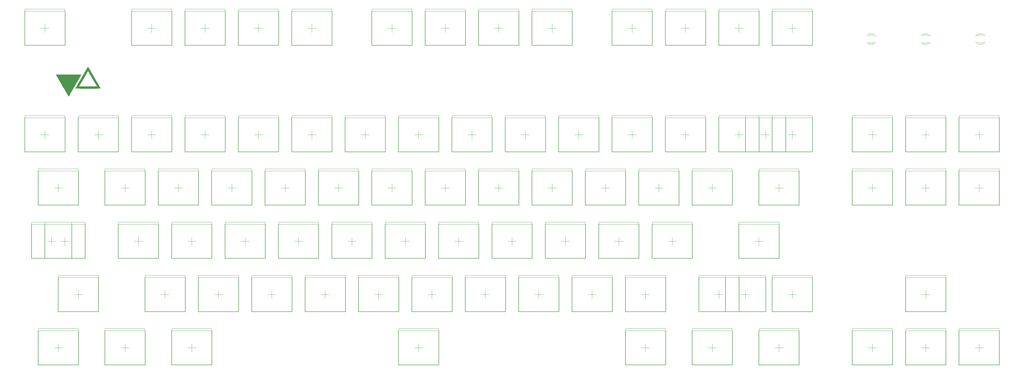
<source format=gbr>
%TF.GenerationSoftware,KiCad,Pcbnew,8.0.4*%
%TF.CreationDate,2024-08-25T19:59:21+07:00*%
%TF.ProjectId,NCR80 ALPS SKFL,4e435238-3020-4414-9c50-5320534b464c,rev?*%
%TF.SameCoordinates,Original*%
%TF.FileFunction,Legend,Top*%
%TF.FilePolarity,Positive*%
%FSLAX46Y46*%
G04 Gerber Fmt 4.6, Leading zero omitted, Abs format (unit mm)*
G04 Created by KiCad (PCBNEW 8.0.4) date 2024-08-25 19:59:21*
%MOMM*%
%LPD*%
G01*
G04 APERTURE LIST*
%ADD10C,0.120000*%
%ADD11C,0.010000*%
G04 APERTURE END LIST*
D10*
%TO.C,MX47*%
X307075000Y-70075000D02*
X307075000Y-82325000D01*
X307075000Y-70075000D02*
X321575000Y-70075000D01*
X307200000Y-69300000D02*
X307200000Y-82200000D01*
X307200000Y-69300000D02*
X321450000Y-69300000D01*
X307200000Y-82200000D02*
X321450000Y-82200000D01*
X314325000Y-76200000D02*
X312825000Y-76200000D01*
X314325000Y-76200000D02*
X314325000Y-74700000D01*
X314325000Y-76200000D02*
X314325000Y-77700000D01*
X314325000Y-76200000D02*
X315825000Y-76200000D01*
X321450000Y-69300000D02*
X321450000Y-82200000D01*
X321575000Y-70075000D02*
X321575000Y-82325000D01*
X321575000Y-82325000D02*
X307075000Y-82325000D01*
%TO.C,MX56*%
X140387500Y-89125000D02*
X140387500Y-101375000D01*
X140387500Y-89125000D02*
X154887500Y-89125000D01*
X140512500Y-88350000D02*
X140512500Y-101250000D01*
X140512500Y-88350000D02*
X154762500Y-88350000D01*
X140512500Y-101250000D02*
X154762500Y-101250000D01*
X147637500Y-95250000D02*
X146137500Y-95250000D01*
X147637500Y-95250000D02*
X147637500Y-93750000D01*
X147637500Y-95250000D02*
X147637500Y-96750000D01*
X147637500Y-95250000D02*
X149137500Y-95250000D01*
X154762500Y-88350000D02*
X154762500Y-101250000D01*
X154887500Y-89125000D02*
X154887500Y-101375000D01*
X154887500Y-101375000D02*
X140387500Y-101375000D01*
%TO.C,MX82*%
X16562500Y-127225000D02*
X16562500Y-139475000D01*
X16562500Y-127225000D02*
X31062500Y-127225000D01*
X16687500Y-126450000D02*
X16687500Y-139350000D01*
X16687500Y-126450000D02*
X30937500Y-126450000D01*
X16687500Y-139350000D02*
X30937500Y-139350000D01*
X23812500Y-133350000D02*
X22312500Y-133350000D01*
X23812500Y-133350000D02*
X23812500Y-131850000D01*
X23812500Y-133350000D02*
X23812500Y-134850000D01*
X23812500Y-133350000D02*
X25312500Y-133350000D01*
X30937500Y-126450000D02*
X30937500Y-139350000D01*
X31062500Y-127225000D02*
X31062500Y-139475000D01*
X31062500Y-139475000D02*
X16562500Y-139475000D01*
%TO.C,MX30*%
X345175000Y-51025000D02*
X345175000Y-63275000D01*
X345175000Y-51025000D02*
X359675000Y-51025000D01*
X345300000Y-50250000D02*
X345300000Y-63150000D01*
X345300000Y-50250000D02*
X359550000Y-50250000D01*
X345300000Y-63150000D02*
X359550000Y-63150000D01*
X352425000Y-57150000D02*
X350925000Y-57150000D01*
X352425000Y-57150000D02*
X352425000Y-55650000D01*
X352425000Y-57150000D02*
X352425000Y-58650000D01*
X352425000Y-57150000D02*
X353925000Y-57150000D01*
X359550000Y-50250000D02*
X359550000Y-63150000D01*
X359675000Y-51025000D02*
X359675000Y-63275000D01*
X359675000Y-63275000D02*
X345175000Y-63275000D01*
%TO.C,MX42*%
X192775000Y-70075000D02*
X192775000Y-82325000D01*
X192775000Y-70075000D02*
X207275000Y-70075000D01*
X192900000Y-69300000D02*
X192900000Y-82200000D01*
X192900000Y-69300000D02*
X207150000Y-69300000D01*
X192900000Y-82200000D02*
X207150000Y-82200000D01*
X200025000Y-76200000D02*
X198525000Y-76200000D01*
X200025000Y-76200000D02*
X200025000Y-74700000D01*
X200025000Y-76200000D02*
X200025000Y-77700000D01*
X200025000Y-76200000D02*
X201525000Y-76200000D01*
X207150000Y-69300000D02*
X207150000Y-82200000D01*
X207275000Y-70075000D02*
X207275000Y-82325000D01*
X207275000Y-82325000D02*
X192775000Y-82325000D01*
%TO.C,MX31*%
X268975000Y-51025000D02*
X268975000Y-63275000D01*
X268975000Y-51025000D02*
X283475000Y-51025000D01*
X269100000Y-50250000D02*
X269100000Y-63150000D01*
X269100000Y-50250000D02*
X283350000Y-50250000D01*
X269100000Y-63150000D02*
X283350000Y-63150000D01*
X276225000Y-57150000D02*
X274725000Y-57150000D01*
X276225000Y-57150000D02*
X276225000Y-55650000D01*
X276225000Y-57150000D02*
X276225000Y-58650000D01*
X276225000Y-57150000D02*
X277725000Y-57150000D01*
X283350000Y-50250000D02*
X283350000Y-63150000D01*
X283475000Y-51025000D02*
X283475000Y-63275000D01*
X283475000Y-63275000D02*
X268975000Y-63275000D01*
%TO.C,MX90*%
X249925000Y-127225000D02*
X249925000Y-139475000D01*
X249925000Y-127225000D02*
X264425000Y-127225000D01*
X250050000Y-126450000D02*
X250050000Y-139350000D01*
X250050000Y-126450000D02*
X264300000Y-126450000D01*
X250050000Y-139350000D02*
X264300000Y-139350000D01*
X257175000Y-133350000D02*
X255675000Y-133350000D01*
X257175000Y-133350000D02*
X257175000Y-131850000D01*
X257175000Y-133350000D02*
X257175000Y-134850000D01*
X257175000Y-133350000D02*
X258675000Y-133350000D01*
X264300000Y-126450000D02*
X264300000Y-139350000D01*
X264425000Y-127225000D02*
X264425000Y-139475000D01*
X264425000Y-139475000D02*
X249925000Y-139475000D01*
%TO.C,D71*%
X334933001Y-21835552D02*
X334933001Y-21679552D01*
X334933001Y-24151552D02*
X334933001Y-23995552D01*
X331700666Y-21836944D02*
G75*
G02*
X334933001Y-21680036I1672335J-1078608D01*
G01*
X332331871Y-21835715D02*
G75*
G02*
X334413962Y-21835552I1041130J-1079837D01*
G01*
X334413962Y-23995552D02*
G75*
G02*
X332331871Y-23995389I-1040961J1080000D01*
G01*
X334933001Y-24151068D02*
G75*
G02*
X331700666Y-23994160I-1560000J1235516D01*
G01*
%TO.C,MX34*%
X40375000Y-70075000D02*
X40375000Y-82325000D01*
X40375000Y-70075000D02*
X54875000Y-70075000D01*
X40500000Y-69300000D02*
X40500000Y-82200000D01*
X40500000Y-69300000D02*
X54750000Y-69300000D01*
X40500000Y-82200000D02*
X54750000Y-82200000D01*
X47625000Y-76200000D02*
X46125000Y-76200000D01*
X47625000Y-76200000D02*
X47625000Y-74700000D01*
X47625000Y-76200000D02*
X47625000Y-77700000D01*
X47625000Y-76200000D02*
X49125000Y-76200000D01*
X54750000Y-69300000D02*
X54750000Y-82200000D01*
X54875000Y-70075000D02*
X54875000Y-82325000D01*
X54875000Y-82325000D02*
X40375000Y-82325000D01*
%TO.C,MX79*%
X252306250Y-108175000D02*
X252306250Y-120425000D01*
X252306250Y-108175000D02*
X266806250Y-108175000D01*
X252431250Y-107400000D02*
X252431250Y-120300000D01*
X252431250Y-107400000D02*
X266681250Y-107400000D01*
X252431250Y-120300000D02*
X266681250Y-120300000D01*
X259556250Y-114300000D02*
X258056250Y-114300000D01*
X259556250Y-114300000D02*
X259556250Y-112800000D01*
X259556250Y-114300000D02*
X259556250Y-115800000D01*
X259556250Y-114300000D02*
X261056250Y-114300000D01*
X266681250Y-107400000D02*
X266681250Y-120300000D01*
X266806250Y-108175000D02*
X266806250Y-120425000D01*
X266806250Y-120425000D02*
X252306250Y-120425000D01*
%TO.C,MX9*%
X192775000Y-12925000D02*
X192775000Y-25175000D01*
X192775000Y-12925000D02*
X207275000Y-12925000D01*
X192900000Y-12150000D02*
X192900000Y-25050000D01*
X192900000Y-12150000D02*
X207150000Y-12150000D01*
X192900000Y-25050000D02*
X207150000Y-25050000D01*
X200025000Y-19050000D02*
X198525000Y-19050000D01*
X200025000Y-19050000D02*
X200025000Y-17550000D01*
X200025000Y-19050000D02*
X200025000Y-20550000D01*
X200025000Y-19050000D02*
X201525000Y-19050000D01*
X207150000Y-12150000D02*
X207150000Y-25050000D01*
X207275000Y-12925000D02*
X207275000Y-25175000D01*
X207275000Y-25175000D02*
X192775000Y-25175000D01*
%TO.C,MX39*%
X135625000Y-70075000D02*
X135625000Y-82325000D01*
X135625000Y-70075000D02*
X150125000Y-70075000D01*
X135750000Y-69300000D02*
X135750000Y-82200000D01*
X135750000Y-69300000D02*
X150000000Y-69300000D01*
X135750000Y-82200000D02*
X150000000Y-82200000D01*
X142875000Y-76200000D02*
X141375000Y-76200000D01*
X142875000Y-76200000D02*
X142875000Y-74700000D01*
X142875000Y-76200000D02*
X142875000Y-77700000D01*
X142875000Y-76200000D02*
X144375000Y-76200000D01*
X150000000Y-69300000D02*
X150000000Y-82200000D01*
X150125000Y-70075000D02*
X150125000Y-82325000D01*
X150125000Y-82325000D02*
X135625000Y-82325000D01*
%TO.C,MX28*%
X307075000Y-51025000D02*
X307075000Y-63275000D01*
X307075000Y-51025000D02*
X321575000Y-51025000D01*
X307200000Y-50250000D02*
X307200000Y-63150000D01*
X307200000Y-50250000D02*
X321450000Y-50250000D01*
X307200000Y-63150000D02*
X321450000Y-63150000D01*
X314325000Y-57150000D02*
X312825000Y-57150000D01*
X314325000Y-57150000D02*
X314325000Y-55650000D01*
X314325000Y-57150000D02*
X314325000Y-58650000D01*
X314325000Y-57150000D02*
X315825000Y-57150000D01*
X321450000Y-50250000D02*
X321450000Y-63150000D01*
X321575000Y-51025000D02*
X321575000Y-63275000D01*
X321575000Y-63275000D02*
X307075000Y-63275000D01*
%TO.C,MX43*%
X211825000Y-70075000D02*
X211825000Y-82325000D01*
X211825000Y-70075000D02*
X226325000Y-70075000D01*
X211950000Y-69300000D02*
X211950000Y-82200000D01*
X211950000Y-69300000D02*
X226200000Y-69300000D01*
X211950000Y-82200000D02*
X226200000Y-82200000D01*
X219075000Y-76200000D02*
X217575000Y-76200000D01*
X219075000Y-76200000D02*
X219075000Y-74700000D01*
X219075000Y-76200000D02*
X219075000Y-77700000D01*
X219075000Y-76200000D02*
X220575000Y-76200000D01*
X226200000Y-69300000D02*
X226200000Y-82200000D01*
X226325000Y-70075000D02*
X226325000Y-82325000D01*
X226325000Y-82325000D02*
X211825000Y-82325000D01*
%TO.C,MX57*%
X159437500Y-89125000D02*
X159437500Y-101375000D01*
X159437500Y-89125000D02*
X173937500Y-89125000D01*
X159562500Y-88350000D02*
X159562500Y-101250000D01*
X159562500Y-88350000D02*
X173812500Y-88350000D01*
X159562500Y-101250000D02*
X173812500Y-101250000D01*
X166687500Y-95250000D02*
X165187500Y-95250000D01*
X166687500Y-95250000D02*
X166687500Y-93750000D01*
X166687500Y-95250000D02*
X166687500Y-96750000D01*
X166687500Y-95250000D02*
X168187500Y-95250000D01*
X173812500Y-88350000D02*
X173812500Y-101250000D01*
X173937500Y-89125000D02*
X173937500Y-101375000D01*
X173937500Y-101375000D02*
X159437500Y-101375000D01*
%TO.C,MX36*%
X78475000Y-70075000D02*
X78475000Y-82325000D01*
X78475000Y-70075000D02*
X92975000Y-70075000D01*
X78600000Y-69300000D02*
X78600000Y-82200000D01*
X78600000Y-69300000D02*
X92850000Y-69300000D01*
X78600000Y-82200000D02*
X92850000Y-82200000D01*
X85725000Y-76200000D02*
X84225000Y-76200000D01*
X85725000Y-76200000D02*
X85725000Y-74700000D01*
X85725000Y-76200000D02*
X85725000Y-77700000D01*
X85725000Y-76200000D02*
X87225000Y-76200000D01*
X92850000Y-69300000D02*
X92850000Y-82200000D01*
X92975000Y-70075000D02*
X92975000Y-82325000D01*
X92975000Y-82325000D02*
X78475000Y-82325000D01*
%TO.C,MX55*%
X121337500Y-89125000D02*
X121337500Y-101375000D01*
X121337500Y-89125000D02*
X135837500Y-89125000D01*
X121462500Y-88350000D02*
X121462500Y-101250000D01*
X121462500Y-88350000D02*
X135712500Y-88350000D01*
X121462500Y-101250000D02*
X135712500Y-101250000D01*
X128587500Y-95250000D02*
X127087500Y-95250000D01*
X128587500Y-95250000D02*
X128587500Y-93750000D01*
X128587500Y-95250000D02*
X128587500Y-96750000D01*
X128587500Y-95250000D02*
X130087500Y-95250000D01*
X135712500Y-88350000D02*
X135712500Y-101250000D01*
X135837500Y-89125000D02*
X135837500Y-101375000D01*
X135837500Y-101375000D02*
X121337500Y-101375000D01*
%TO.C,MX20*%
X107050000Y-51025000D02*
X107050000Y-63275000D01*
X107050000Y-51025000D02*
X121550000Y-51025000D01*
X107175000Y-50250000D02*
X107175000Y-63150000D01*
X107175000Y-50250000D02*
X121425000Y-50250000D01*
X107175000Y-63150000D02*
X121425000Y-63150000D01*
X114300000Y-57150000D02*
X112800000Y-57150000D01*
X114300000Y-57150000D02*
X114300000Y-55650000D01*
X114300000Y-57150000D02*
X114300000Y-58650000D01*
X114300000Y-57150000D02*
X115800000Y-57150000D01*
X121425000Y-50250000D02*
X121425000Y-63150000D01*
X121550000Y-51025000D02*
X121550000Y-63275000D01*
X121550000Y-63275000D02*
X107050000Y-63275000D01*
%TO.C,MX53*%
X83237500Y-89125000D02*
X83237500Y-101375000D01*
X83237500Y-89125000D02*
X97737500Y-89125000D01*
X83362500Y-88350000D02*
X83362500Y-101250000D01*
X83362500Y-88350000D02*
X97612500Y-88350000D01*
X83362500Y-101250000D02*
X97612500Y-101250000D01*
X90487500Y-95250000D02*
X88987500Y-95250000D01*
X90487500Y-95250000D02*
X90487500Y-93750000D01*
X90487500Y-95250000D02*
X90487500Y-96750000D01*
X90487500Y-95250000D02*
X91987500Y-95250000D01*
X97612500Y-88350000D02*
X97612500Y-101250000D01*
X97737500Y-89125000D02*
X97737500Y-101375000D01*
X97737500Y-101375000D02*
X83237500Y-101375000D01*
%TO.C,MX77*%
X226112500Y-108175000D02*
X226112500Y-120425000D01*
X226112500Y-108175000D02*
X240612500Y-108175000D01*
X226237500Y-107400000D02*
X226237500Y-120300000D01*
X226237500Y-107400000D02*
X240487500Y-107400000D01*
X226237500Y-120300000D02*
X240487500Y-120300000D01*
X233362500Y-114300000D02*
X231862500Y-114300000D01*
X233362500Y-114300000D02*
X233362500Y-112800000D01*
X233362500Y-114300000D02*
X233362500Y-115800000D01*
X233362500Y-114300000D02*
X234862500Y-114300000D01*
X240487500Y-107400000D02*
X240487500Y-120300000D01*
X240612500Y-108175000D02*
X240612500Y-120425000D01*
X240612500Y-120425000D02*
X226112500Y-120425000D01*
%TO.C,MX4*%
X88000000Y-12925000D02*
X88000000Y-25175000D01*
X88000000Y-12925000D02*
X102500000Y-12925000D01*
X88125000Y-12150000D02*
X88125000Y-25050000D01*
X88125000Y-12150000D02*
X102375000Y-12150000D01*
X88125000Y-25050000D02*
X102375000Y-25050000D01*
X95250000Y-19050000D02*
X93750000Y-19050000D01*
X95250000Y-19050000D02*
X95250000Y-17550000D01*
X95250000Y-19050000D02*
X95250000Y-20550000D01*
X95250000Y-19050000D02*
X96750000Y-19050000D01*
X102375000Y-12150000D02*
X102375000Y-25050000D01*
X102500000Y-12925000D02*
X102500000Y-25175000D01*
X102500000Y-25175000D02*
X88000000Y-25175000D01*
%TO.C,MX48*%
X326125000Y-70075000D02*
X326125000Y-82325000D01*
X326125000Y-70075000D02*
X340625000Y-70075000D01*
X326250000Y-69300000D02*
X326250000Y-82200000D01*
X326250000Y-69300000D02*
X340500000Y-69300000D01*
X326250000Y-82200000D02*
X340500000Y-82200000D01*
X333375000Y-76200000D02*
X331875000Y-76200000D01*
X333375000Y-76200000D02*
X333375000Y-74700000D01*
X333375000Y-76200000D02*
X333375000Y-77700000D01*
X333375000Y-76200000D02*
X334875000Y-76200000D01*
X340500000Y-69300000D02*
X340500000Y-82200000D01*
X340625000Y-70075000D02*
X340625000Y-82325000D01*
X340625000Y-82325000D02*
X326125000Y-82325000D01*
%TO.C,MX23*%
X164200000Y-51025000D02*
X164200000Y-63275000D01*
X164200000Y-51025000D02*
X178700000Y-51025000D01*
X164325000Y-50250000D02*
X164325000Y-63150000D01*
X164325000Y-50250000D02*
X178575000Y-50250000D01*
X164325000Y-63150000D02*
X178575000Y-63150000D01*
X171450000Y-57150000D02*
X169950000Y-57150000D01*
X171450000Y-57150000D02*
X171450000Y-55650000D01*
X171450000Y-57150000D02*
X171450000Y-58650000D01*
X171450000Y-57150000D02*
X172950000Y-57150000D01*
X178575000Y-50250000D02*
X178575000Y-63150000D01*
X178700000Y-51025000D02*
X178700000Y-63275000D01*
X178700000Y-63275000D02*
X164200000Y-63275000D01*
%TO.C,MX38*%
X116575000Y-70075000D02*
X116575000Y-82325000D01*
X116575000Y-70075000D02*
X131075000Y-70075000D01*
X116700000Y-69300000D02*
X116700000Y-82200000D01*
X116700000Y-69300000D02*
X130950000Y-69300000D01*
X116700000Y-82200000D02*
X130950000Y-82200000D01*
X123825000Y-76200000D02*
X122325000Y-76200000D01*
X123825000Y-76200000D02*
X123825000Y-74700000D01*
X123825000Y-76200000D02*
X123825000Y-77700000D01*
X123825000Y-76200000D02*
X125325000Y-76200000D01*
X130950000Y-69300000D02*
X130950000Y-82200000D01*
X131075000Y-70075000D02*
X131075000Y-82325000D01*
X131075000Y-82325000D02*
X116575000Y-82325000D01*
%TO.C,MX75*%
X188012500Y-108175000D02*
X188012500Y-120425000D01*
X188012500Y-108175000D02*
X202512500Y-108175000D01*
X188137500Y-107400000D02*
X188137500Y-120300000D01*
X188137500Y-107400000D02*
X202387500Y-107400000D01*
X188137500Y-120300000D02*
X202387500Y-120300000D01*
X195262500Y-114300000D02*
X193762500Y-114300000D01*
X195262500Y-114300000D02*
X195262500Y-112800000D01*
X195262500Y-114300000D02*
X195262500Y-115800000D01*
X195262500Y-114300000D02*
X196762500Y-114300000D01*
X202387500Y-107400000D02*
X202387500Y-120300000D01*
X202512500Y-108175000D02*
X202512500Y-120425000D01*
X202512500Y-120425000D02*
X188012500Y-120425000D01*
%TO.C,MX35*%
X59425000Y-70075000D02*
X59425000Y-82325000D01*
X59425000Y-70075000D02*
X73925000Y-70075000D01*
X59550000Y-69300000D02*
X59550000Y-82200000D01*
X59550000Y-69300000D02*
X73800000Y-69300000D01*
X59550000Y-82200000D02*
X73800000Y-82200000D01*
X66675000Y-76200000D02*
X65175000Y-76200000D01*
X66675000Y-76200000D02*
X66675000Y-74700000D01*
X66675000Y-76200000D02*
X66675000Y-77700000D01*
X66675000Y-76200000D02*
X68175000Y-76200000D01*
X73800000Y-69300000D02*
X73800000Y-82200000D01*
X73925000Y-70075000D02*
X73925000Y-82325000D01*
X73925000Y-82325000D02*
X59425000Y-82325000D01*
%TO.C,MX54*%
X102287500Y-89125000D02*
X102287500Y-101375000D01*
X102287500Y-89125000D02*
X116787500Y-89125000D01*
X102412500Y-88350000D02*
X102412500Y-101250000D01*
X102412500Y-88350000D02*
X116662500Y-88350000D01*
X102412500Y-101250000D02*
X116662500Y-101250000D01*
X109537500Y-95250000D02*
X108037500Y-95250000D01*
X109537500Y-95250000D02*
X109537500Y-93750000D01*
X109537500Y-95250000D02*
X109537500Y-96750000D01*
X109537500Y-95250000D02*
X111037500Y-95250000D01*
X116662500Y-88350000D02*
X116662500Y-101250000D01*
X116787500Y-89125000D02*
X116787500Y-101375000D01*
X116787500Y-101375000D02*
X102287500Y-101375000D01*
%TO.C,MX91*%
X273737500Y-127225000D02*
X273737500Y-139475000D01*
X273737500Y-127225000D02*
X288237500Y-127225000D01*
X273862500Y-126450000D02*
X273862500Y-139350000D01*
X273862500Y-126450000D02*
X288112500Y-126450000D01*
X273862500Y-139350000D02*
X288112500Y-139350000D01*
X280987500Y-133350000D02*
X279487500Y-133350000D01*
X280987500Y-133350000D02*
X280987500Y-131850000D01*
X280987500Y-133350000D02*
X280987500Y-134850000D01*
X280987500Y-133350000D02*
X282487500Y-133350000D01*
X288112500Y-126450000D02*
X288112500Y-139350000D01*
X288237500Y-127225000D02*
X288237500Y-139475000D01*
X288237500Y-139475000D02*
X273737500Y-139475000D01*
%TO.C,MX37*%
X97525000Y-70075000D02*
X97525000Y-82325000D01*
X97525000Y-70075000D02*
X112025000Y-70075000D01*
X97650000Y-69300000D02*
X97650000Y-82200000D01*
X97650000Y-69300000D02*
X111900000Y-69300000D01*
X97650000Y-82200000D02*
X111900000Y-82200000D01*
X104775000Y-76200000D02*
X103275000Y-76200000D01*
X104775000Y-76200000D02*
X104775000Y-74700000D01*
X104775000Y-76200000D02*
X104775000Y-77700000D01*
X104775000Y-76200000D02*
X106275000Y-76200000D01*
X111900000Y-69300000D02*
X111900000Y-82200000D01*
X112025000Y-70075000D02*
X112025000Y-82325000D01*
X112025000Y-82325000D02*
X97525000Y-82325000D01*
%TO.C,MX99*%
X145150000Y-127225000D02*
X145150000Y-139475000D01*
X145150000Y-127225000D02*
X159650000Y-127225000D01*
X145275000Y-126450000D02*
X145275000Y-139350000D01*
X145275000Y-126450000D02*
X159525000Y-126450000D01*
X145275000Y-139350000D02*
X159525000Y-139350000D01*
X152400000Y-133350000D02*
X150900000Y-133350000D01*
X152400000Y-133350000D02*
X152400000Y-131850000D01*
X152400000Y-133350000D02*
X152400000Y-134850000D01*
X152400000Y-133350000D02*
X153900000Y-133350000D01*
X159525000Y-126450000D02*
X159525000Y-139350000D01*
X159650000Y-127225000D02*
X159650000Y-139475000D01*
X159650000Y-139475000D02*
X145150000Y-139475000D01*
%TO.C,MX1*%
X11800000Y-12925000D02*
X11800000Y-25175000D01*
X11800000Y-12925000D02*
X26300000Y-12925000D01*
X11925000Y-12150000D02*
X11925000Y-25050000D01*
X11925000Y-12150000D02*
X26175000Y-12150000D01*
X11925000Y-25050000D02*
X26175000Y-25050000D01*
X19050000Y-19050000D02*
X17550000Y-19050000D01*
X19050000Y-19050000D02*
X19050000Y-17550000D01*
X19050000Y-19050000D02*
X19050000Y-20550000D01*
X19050000Y-19050000D02*
X20550000Y-19050000D01*
X26175000Y-12150000D02*
X26175000Y-25050000D01*
X26300000Y-12925000D02*
X26300000Y-25175000D01*
X26300000Y-25175000D02*
X11800000Y-25175000D01*
%TO.C,MX83*%
X40375000Y-127225000D02*
X40375000Y-139475000D01*
X40375000Y-127225000D02*
X54875000Y-127225000D01*
X40500000Y-126450000D02*
X40500000Y-139350000D01*
X40500000Y-126450000D02*
X54750000Y-126450000D01*
X40500000Y-139350000D02*
X54750000Y-139350000D01*
X47625000Y-133350000D02*
X46125000Y-133350000D01*
X47625000Y-133350000D02*
X47625000Y-131850000D01*
X47625000Y-133350000D02*
X47625000Y-134850000D01*
X47625000Y-133350000D02*
X49125000Y-133350000D01*
X54750000Y-126450000D02*
X54750000Y-139350000D01*
X54875000Y-127225000D02*
X54875000Y-139475000D01*
X54875000Y-139475000D02*
X40375000Y-139475000D01*
%TO.C,MX14*%
X259450000Y-51025000D02*
X259450000Y-63275000D01*
X259450000Y-51025000D02*
X273950000Y-51025000D01*
X259575000Y-50250000D02*
X259575000Y-63150000D01*
X259575000Y-50250000D02*
X273825000Y-50250000D01*
X259575000Y-63150000D02*
X273825000Y-63150000D01*
X266700000Y-57150000D02*
X265200000Y-57150000D01*
X266700000Y-57150000D02*
X266700000Y-55650000D01*
X266700000Y-57150000D02*
X266700000Y-58650000D01*
X266700000Y-57150000D02*
X268200000Y-57150000D01*
X273825000Y-50250000D02*
X273825000Y-63150000D01*
X273950000Y-51025000D02*
X273950000Y-63275000D01*
X273950000Y-63275000D02*
X259450000Y-63275000D01*
%TO.C,MX52*%
X64187500Y-89125000D02*
X64187500Y-101375000D01*
X64187500Y-89125000D02*
X78687500Y-89125000D01*
X64312500Y-88350000D02*
X64312500Y-101250000D01*
X64312500Y-88350000D02*
X78562500Y-88350000D01*
X64312500Y-101250000D02*
X78562500Y-101250000D01*
X71437500Y-95250000D02*
X69937500Y-95250000D01*
X71437500Y-95250000D02*
X71437500Y-93750000D01*
X71437500Y-95250000D02*
X71437500Y-96750000D01*
X71437500Y-95250000D02*
X72937500Y-95250000D01*
X78562500Y-88350000D02*
X78562500Y-101250000D01*
X78687500Y-89125000D02*
X78687500Y-101375000D01*
X78687500Y-101375000D02*
X64187500Y-101375000D01*
%TO.C,MX29*%
X326125000Y-51025000D02*
X326125000Y-63275000D01*
X326125000Y-51025000D02*
X340625000Y-51025000D01*
X326250000Y-50250000D02*
X326250000Y-63150000D01*
X326250000Y-50250000D02*
X340500000Y-50250000D01*
X326250000Y-63150000D02*
X340500000Y-63150000D01*
X333375000Y-57150000D02*
X331875000Y-57150000D01*
X333375000Y-57150000D02*
X333375000Y-55650000D01*
X333375000Y-57150000D02*
X333375000Y-58650000D01*
X333375000Y-57150000D02*
X334875000Y-57150000D01*
X340500000Y-50250000D02*
X340500000Y-63150000D01*
X340625000Y-51025000D02*
X340625000Y-63275000D01*
X340625000Y-63275000D02*
X326125000Y-63275000D01*
%TO.C,MX15*%
X11800000Y-51025000D02*
X11800000Y-63275000D01*
X11800000Y-51025000D02*
X26300000Y-51025000D01*
X11925000Y-50250000D02*
X11925000Y-63150000D01*
X11925000Y-50250000D02*
X26175000Y-50250000D01*
X11925000Y-63150000D02*
X26175000Y-63150000D01*
X19050000Y-57150000D02*
X17550000Y-57150000D01*
X19050000Y-57150000D02*
X19050000Y-55650000D01*
X19050000Y-57150000D02*
X19050000Y-58650000D01*
X19050000Y-57150000D02*
X20550000Y-57150000D01*
X26175000Y-50250000D02*
X26175000Y-63150000D01*
X26300000Y-51025000D02*
X26300000Y-63275000D01*
X26300000Y-63275000D02*
X11800000Y-63275000D01*
D11*
%TO.C,G\u002A\u002A\u002A*%
X27767081Y-35627741D02*
X28037430Y-35627763D01*
X28303029Y-35627800D01*
X28563388Y-35627851D01*
X28818012Y-35627916D01*
X29066409Y-35627993D01*
X29308087Y-35628084D01*
X29542552Y-35628186D01*
X29769312Y-35628300D01*
X29987874Y-35628426D01*
X30197745Y-35628563D01*
X30398432Y-35628710D01*
X30589443Y-35628867D01*
X30770285Y-35629033D01*
X30940465Y-35629209D01*
X31099490Y-35629393D01*
X31246868Y-35629585D01*
X31382105Y-35629785D01*
X31504709Y-35629993D01*
X31614187Y-35630207D01*
X31710046Y-35630428D01*
X31791794Y-35630655D01*
X31858938Y-35630887D01*
X31910984Y-35631124D01*
X31947441Y-35631366D01*
X31967815Y-35631612D01*
X31972250Y-35631793D01*
X31968064Y-35639390D01*
X31955707Y-35661127D01*
X31935480Y-35696482D01*
X31907684Y-35744935D01*
X31872620Y-35805964D01*
X31830590Y-35879047D01*
X31781893Y-35963664D01*
X31726831Y-36059292D01*
X31665706Y-36165411D01*
X31598817Y-36281499D01*
X31526467Y-36407035D01*
X31448956Y-36541497D01*
X31366586Y-36684364D01*
X31279656Y-36835114D01*
X31188469Y-36993227D01*
X31093325Y-37158180D01*
X30994525Y-37329453D01*
X30892371Y-37506523D01*
X30787163Y-37688870D01*
X30679203Y-37875972D01*
X30568791Y-38067308D01*
X30456228Y-38262357D01*
X30341816Y-38460596D01*
X30225855Y-38661505D01*
X30108647Y-38864562D01*
X29990492Y-39069246D01*
X29871692Y-39275035D01*
X29752547Y-39481408D01*
X29633359Y-39687844D01*
X29514429Y-39893822D01*
X29396057Y-40098819D01*
X29278545Y-40302314D01*
X29162194Y-40503787D01*
X29047304Y-40702715D01*
X28934178Y-40898577D01*
X28823114Y-41090853D01*
X28714416Y-41279020D01*
X28608384Y-41462557D01*
X28505318Y-41640942D01*
X28405520Y-41813656D01*
X28309291Y-41980175D01*
X28216932Y-42139978D01*
X28128744Y-42292545D01*
X28045028Y-42437353D01*
X27966085Y-42573882D01*
X27892216Y-42701610D01*
X27823722Y-42820015D01*
X27760903Y-42928577D01*
X27704062Y-43026774D01*
X27653499Y-43114083D01*
X27609516Y-43189985D01*
X27572412Y-43253958D01*
X27542489Y-43305480D01*
X27520049Y-43344029D01*
X27505392Y-43369085D01*
X27498819Y-43380127D01*
X27498486Y-43380625D01*
X27495563Y-43377621D01*
X27488193Y-43366814D01*
X27476226Y-43347950D01*
X27459515Y-43320773D01*
X27437912Y-43285030D01*
X27411268Y-43240464D01*
X27379436Y-43186822D01*
X27342266Y-43123847D01*
X27299611Y-43051285D01*
X27251322Y-42968881D01*
X27197252Y-42876380D01*
X27137252Y-42773527D01*
X27071174Y-42660067D01*
X26998869Y-42535746D01*
X26920190Y-42400307D01*
X26834988Y-42253496D01*
X26743116Y-42095058D01*
X26644424Y-41924739D01*
X26538765Y-41742283D01*
X26425990Y-41547434D01*
X26305951Y-41339939D01*
X26178501Y-41119543D01*
X26043490Y-40885989D01*
X25900771Y-40639024D01*
X25750195Y-40378392D01*
X25591615Y-40103838D01*
X25424881Y-39815107D01*
X25256163Y-39522887D01*
X25119019Y-39285324D01*
X24983985Y-39051399D01*
X24851309Y-38821543D01*
X24721238Y-38596184D01*
X24594021Y-38375752D01*
X24469905Y-38160677D01*
X24349137Y-37951387D01*
X24231966Y-37748313D01*
X24118638Y-37551883D01*
X24009402Y-37362527D01*
X23904504Y-37180675D01*
X23804193Y-37006755D01*
X23708716Y-36841197D01*
X23618321Y-36684431D01*
X23533255Y-36536886D01*
X23453766Y-36398991D01*
X23380102Y-36271176D01*
X23312510Y-36153870D01*
X23251237Y-36047503D01*
X23196532Y-35952503D01*
X23148642Y-35869301D01*
X23107815Y-35798325D01*
X23074297Y-35740006D01*
X23048338Y-35694772D01*
X23030184Y-35663053D01*
X23020082Y-35645278D01*
X23017941Y-35641378D01*
X23018444Y-35640372D01*
X23021026Y-35639417D01*
X23026104Y-35638510D01*
X23034098Y-35637651D01*
X23045426Y-35636839D01*
X23060507Y-35636072D01*
X23079761Y-35635349D01*
X23103605Y-35634668D01*
X23132459Y-35634029D01*
X23166742Y-35633430D01*
X23206872Y-35632869D01*
X23253268Y-35632346D01*
X23306349Y-35631860D01*
X23366534Y-35631408D01*
X23434242Y-35630990D01*
X23509892Y-35630605D01*
X23593901Y-35630250D01*
X23686690Y-35629926D01*
X23788677Y-35629630D01*
X23900281Y-35629361D01*
X24021921Y-35629118D01*
X24154015Y-35628901D01*
X24296982Y-35628706D01*
X24451242Y-35628534D01*
X24617213Y-35628383D01*
X24795314Y-35628251D01*
X24985963Y-35628138D01*
X25189580Y-35628042D01*
X25406583Y-35627961D01*
X25637391Y-35627895D01*
X25882424Y-35627843D01*
X26142099Y-35627802D01*
X26416836Y-35627772D01*
X26707053Y-35627752D01*
X27013170Y-35627739D01*
X27335605Y-35627734D01*
X27492477Y-35627733D01*
X27767081Y-35627741D01*
G36*
X27767081Y-35627741D02*
G01*
X28037430Y-35627763D01*
X28303029Y-35627800D01*
X28563388Y-35627851D01*
X28818012Y-35627916D01*
X29066409Y-35627993D01*
X29308087Y-35628084D01*
X29542552Y-35628186D01*
X29769312Y-35628300D01*
X29987874Y-35628426D01*
X30197745Y-35628563D01*
X30398432Y-35628710D01*
X30589443Y-35628867D01*
X30770285Y-35629033D01*
X30940465Y-35629209D01*
X31099490Y-35629393D01*
X31246868Y-35629585D01*
X31382105Y-35629785D01*
X31504709Y-35629993D01*
X31614187Y-35630207D01*
X31710046Y-35630428D01*
X31791794Y-35630655D01*
X31858938Y-35630887D01*
X31910984Y-35631124D01*
X31947441Y-35631366D01*
X31967815Y-35631612D01*
X31972250Y-35631793D01*
X31968064Y-35639390D01*
X31955707Y-35661127D01*
X31935480Y-35696482D01*
X31907684Y-35744935D01*
X31872620Y-35805964D01*
X31830590Y-35879047D01*
X31781893Y-35963664D01*
X31726831Y-36059292D01*
X31665706Y-36165411D01*
X31598817Y-36281499D01*
X31526467Y-36407035D01*
X31448956Y-36541497D01*
X31366586Y-36684364D01*
X31279656Y-36835114D01*
X31188469Y-36993227D01*
X31093325Y-37158180D01*
X30994525Y-37329453D01*
X30892371Y-37506523D01*
X30787163Y-37688870D01*
X30679203Y-37875972D01*
X30568791Y-38067308D01*
X30456228Y-38262357D01*
X30341816Y-38460596D01*
X30225855Y-38661505D01*
X30108647Y-38864562D01*
X29990492Y-39069246D01*
X29871692Y-39275035D01*
X29752547Y-39481408D01*
X29633359Y-39687844D01*
X29514429Y-39893822D01*
X29396057Y-40098819D01*
X29278545Y-40302314D01*
X29162194Y-40503787D01*
X29047304Y-40702715D01*
X28934178Y-40898577D01*
X28823114Y-41090853D01*
X28714416Y-41279020D01*
X28608384Y-41462557D01*
X28505318Y-41640942D01*
X28405520Y-41813656D01*
X28309291Y-41980175D01*
X28216932Y-42139978D01*
X28128744Y-42292545D01*
X28045028Y-42437353D01*
X27966085Y-42573882D01*
X27892216Y-42701610D01*
X27823722Y-42820015D01*
X27760903Y-42928577D01*
X27704062Y-43026774D01*
X27653499Y-43114083D01*
X27609516Y-43189985D01*
X27572412Y-43253958D01*
X27542489Y-43305480D01*
X27520049Y-43344029D01*
X27505392Y-43369085D01*
X27498819Y-43380127D01*
X27498486Y-43380625D01*
X27495563Y-43377621D01*
X27488193Y-43366814D01*
X27476226Y-43347950D01*
X27459515Y-43320773D01*
X27437912Y-43285030D01*
X27411268Y-43240464D01*
X27379436Y-43186822D01*
X27342266Y-43123847D01*
X27299611Y-43051285D01*
X27251322Y-42968881D01*
X27197252Y-42876380D01*
X27137252Y-42773527D01*
X27071174Y-42660067D01*
X26998869Y-42535746D01*
X26920190Y-42400307D01*
X26834988Y-42253496D01*
X26743116Y-42095058D01*
X26644424Y-41924739D01*
X26538765Y-41742283D01*
X26425990Y-41547434D01*
X26305951Y-41339939D01*
X26178501Y-41119543D01*
X26043490Y-40885989D01*
X25900771Y-40639024D01*
X25750195Y-40378392D01*
X25591615Y-40103838D01*
X25424881Y-39815107D01*
X25256163Y-39522887D01*
X25119019Y-39285324D01*
X24983985Y-39051399D01*
X24851309Y-38821543D01*
X24721238Y-38596184D01*
X24594021Y-38375752D01*
X24469905Y-38160677D01*
X24349137Y-37951387D01*
X24231966Y-37748313D01*
X24118638Y-37551883D01*
X24009402Y-37362527D01*
X23904504Y-37180675D01*
X23804193Y-37006755D01*
X23708716Y-36841197D01*
X23618321Y-36684431D01*
X23533255Y-36536886D01*
X23453766Y-36398991D01*
X23380102Y-36271176D01*
X23312510Y-36153870D01*
X23251237Y-36047503D01*
X23196532Y-35952503D01*
X23148642Y-35869301D01*
X23107815Y-35798325D01*
X23074297Y-35740006D01*
X23048338Y-35694772D01*
X23030184Y-35663053D01*
X23020082Y-35645278D01*
X23017941Y-35641378D01*
X23018444Y-35640372D01*
X23021026Y-35639417D01*
X23026104Y-35638510D01*
X23034098Y-35637651D01*
X23045426Y-35636839D01*
X23060507Y-35636072D01*
X23079761Y-35635349D01*
X23103605Y-35634668D01*
X23132459Y-35634029D01*
X23166742Y-35633430D01*
X23206872Y-35632869D01*
X23253268Y-35632346D01*
X23306349Y-35631860D01*
X23366534Y-35631408D01*
X23434242Y-35630990D01*
X23509892Y-35630605D01*
X23593901Y-35630250D01*
X23686690Y-35629926D01*
X23788677Y-35629630D01*
X23900281Y-35629361D01*
X24021921Y-35629118D01*
X24154015Y-35628901D01*
X24296982Y-35628706D01*
X24451242Y-35628534D01*
X24617213Y-35628383D01*
X24795314Y-35628251D01*
X24985963Y-35628138D01*
X25189580Y-35628042D01*
X25406583Y-35627961D01*
X25637391Y-35627895D01*
X25882424Y-35627843D01*
X26142099Y-35627802D01*
X26416836Y-35627772D01*
X26707053Y-35627752D01*
X27013170Y-35627739D01*
X27335605Y-35627734D01*
X27492477Y-35627733D01*
X27767081Y-35627741D01*
G37*
X34416961Y-32822411D02*
X34424367Y-32833281D01*
X34436392Y-32852248D01*
X34453184Y-32879567D01*
X34474890Y-32915491D01*
X34501659Y-32960274D01*
X34533636Y-33014170D01*
X34570971Y-33077432D01*
X34613810Y-33150315D01*
X34662301Y-33233072D01*
X34716592Y-33325957D01*
X34776829Y-33429224D01*
X34843161Y-33543127D01*
X34915736Y-33667919D01*
X34994699Y-33803855D01*
X35080200Y-33951187D01*
X35172386Y-34110171D01*
X35271404Y-34281059D01*
X35377402Y-34464106D01*
X35490526Y-34659565D01*
X35610926Y-34867691D01*
X35738748Y-35088736D01*
X35874140Y-35322955D01*
X36017249Y-35570602D01*
X36168223Y-35831930D01*
X36327209Y-36107194D01*
X36494355Y-36396647D01*
X36656430Y-36677367D01*
X36793576Y-36914936D01*
X36928610Y-37148866D01*
X37061287Y-37378726D01*
X37191357Y-37604089D01*
X37318574Y-37824523D01*
X37442690Y-38039600D01*
X37563457Y-38248891D01*
X37680628Y-38451966D01*
X37793955Y-38648396D01*
X37903191Y-38837752D01*
X38008088Y-39019604D01*
X38108398Y-39193522D01*
X38203874Y-39359078D01*
X38294269Y-39515843D01*
X38379334Y-39663386D01*
X38458822Y-39801278D01*
X38532486Y-39929091D01*
X38600078Y-40046394D01*
X38661350Y-40152759D01*
X38716055Y-40247756D01*
X38763945Y-40330955D01*
X38804773Y-40401928D01*
X38838291Y-40460245D01*
X38864251Y-40505477D01*
X38882407Y-40537194D01*
X38892510Y-40554967D01*
X38894653Y-40558866D01*
X38894050Y-40559855D01*
X38891186Y-40560794D01*
X38885643Y-40561685D01*
X38877003Y-40562529D01*
X38864850Y-40563328D01*
X38848764Y-40564082D01*
X38828330Y-40564793D01*
X38803128Y-40565462D01*
X38772743Y-40566091D01*
X38736755Y-40566680D01*
X38694749Y-40567231D01*
X38646305Y-40567745D01*
X38591007Y-40568223D01*
X38528438Y-40568667D01*
X38458178Y-40569078D01*
X38379812Y-40569457D01*
X38292921Y-40569806D01*
X38197089Y-40570125D01*
X38091896Y-40570416D01*
X37976927Y-40570680D01*
X37851762Y-40570918D01*
X37715986Y-40571132D01*
X37569180Y-40571323D01*
X37410926Y-40571492D01*
X37240808Y-40571640D01*
X37058407Y-40571769D01*
X36863307Y-40571879D01*
X36655089Y-40571973D01*
X36433336Y-40572052D01*
X36197631Y-40572115D01*
X35947555Y-40572166D01*
X35682692Y-40572205D01*
X35402624Y-40572233D01*
X35106934Y-40572252D01*
X34795203Y-40572263D01*
X34467014Y-40572266D01*
X34420022Y-40572266D01*
X34145418Y-40572259D01*
X33875070Y-40572236D01*
X33609470Y-40572199D01*
X33349112Y-40572148D01*
X33094488Y-40572084D01*
X32846091Y-40572006D01*
X32604413Y-40571916D01*
X32369948Y-40571813D01*
X32143188Y-40571699D01*
X31924626Y-40571573D01*
X31714755Y-40571436D01*
X31514067Y-40571289D01*
X31323056Y-40571132D01*
X31142215Y-40570965D01*
X30972035Y-40570790D01*
X30813010Y-40570605D01*
X30665632Y-40570413D01*
X30530395Y-40570212D01*
X30407791Y-40570005D01*
X30298313Y-40569790D01*
X30202453Y-40569569D01*
X30120706Y-40569342D01*
X30053562Y-40569110D01*
X30001515Y-40568872D01*
X29965059Y-40568630D01*
X29944684Y-40568384D01*
X29940250Y-40568202D01*
X29944436Y-40560606D01*
X29956793Y-40538870D01*
X29977020Y-40503515D01*
X30004816Y-40455062D01*
X30039880Y-40394034D01*
X30081910Y-40320951D01*
X30130607Y-40236334D01*
X30185669Y-40140706D01*
X30246795Y-40034587D01*
X30313683Y-39918500D01*
X30346783Y-39861067D01*
X31167512Y-39861067D01*
X34419820Y-39861067D01*
X34708332Y-39861057D01*
X34980338Y-39861028D01*
X35236265Y-39860977D01*
X35476541Y-39860903D01*
X35701594Y-39860806D01*
X35911849Y-39860683D01*
X36107736Y-39860533D01*
X36289680Y-39860355D01*
X36458110Y-39860147D01*
X36613453Y-39859908D01*
X36756136Y-39859637D01*
X36886586Y-39859332D01*
X37005232Y-39858992D01*
X37112500Y-39858615D01*
X37208817Y-39858200D01*
X37294611Y-39857745D01*
X37370309Y-39857250D01*
X37436339Y-39856713D01*
X37493128Y-39856132D01*
X37541104Y-39855506D01*
X37580693Y-39854834D01*
X37612323Y-39854114D01*
X37636422Y-39853344D01*
X37653416Y-39852525D01*
X37663733Y-39851653D01*
X37667801Y-39850728D01*
X37667890Y-39850483D01*
X37663081Y-39841682D01*
X37650174Y-39818890D01*
X37629521Y-39782718D01*
X37601478Y-39733780D01*
X37566397Y-39672687D01*
X37524633Y-39600051D01*
X37476539Y-39516484D01*
X37422470Y-39422600D01*
X37362778Y-39319008D01*
X37297818Y-39206323D01*
X37227944Y-39085155D01*
X37153508Y-38956118D01*
X37074866Y-38819822D01*
X36992371Y-38676881D01*
X36906377Y-38527907D01*
X36817237Y-38373511D01*
X36725306Y-38214305D01*
X36630937Y-38050902D01*
X36534484Y-37883915D01*
X36436300Y-37713954D01*
X36336740Y-37541633D01*
X36236158Y-37367562D01*
X36134906Y-37192356D01*
X36033340Y-37016624D01*
X35931812Y-36840981D01*
X35830677Y-36666037D01*
X35730289Y-36492405D01*
X35631000Y-36320697D01*
X35533166Y-36151526D01*
X35437139Y-35985502D01*
X35343274Y-35823239D01*
X35251924Y-35665349D01*
X35163444Y-35512443D01*
X35078187Y-35365134D01*
X34996506Y-35224034D01*
X34918756Y-35089756D01*
X34845291Y-34962910D01*
X34776463Y-34844109D01*
X34712628Y-34733966D01*
X34654139Y-34633093D01*
X34601349Y-34542101D01*
X34554613Y-34461603D01*
X34514283Y-34392211D01*
X34480715Y-34334537D01*
X34454262Y-34289193D01*
X34435278Y-34256792D01*
X34424116Y-34237945D01*
X34421049Y-34233034D01*
X34416567Y-34240168D01*
X34403972Y-34261354D01*
X34383620Y-34295980D01*
X34355864Y-34343434D01*
X34321058Y-34403103D01*
X34279557Y-34474375D01*
X34231716Y-34556637D01*
X34177887Y-34649277D01*
X34118426Y-34751683D01*
X34053686Y-34863242D01*
X33984022Y-34983341D01*
X33909789Y-35111368D01*
X33831339Y-35246711D01*
X33749028Y-35388758D01*
X33663209Y-35536895D01*
X33574237Y-35690511D01*
X33482467Y-35848993D01*
X33388251Y-36011728D01*
X33291945Y-36178105D01*
X33193903Y-36347510D01*
X33094479Y-36519332D01*
X32994026Y-36692957D01*
X32892900Y-36867774D01*
X32791455Y-37043170D01*
X32690044Y-37218533D01*
X32589022Y-37393249D01*
X32488743Y-37566707D01*
X32389562Y-37738295D01*
X32291832Y-37907399D01*
X32195908Y-38073408D01*
X32102143Y-38235709D01*
X32010893Y-38393689D01*
X31922512Y-38546737D01*
X31837352Y-38694239D01*
X31755770Y-38835584D01*
X31678119Y-38970158D01*
X31604752Y-39097349D01*
X31536026Y-39216546D01*
X31472293Y-39327135D01*
X31413907Y-39428504D01*
X31361224Y-39520041D01*
X31314597Y-39601133D01*
X31274380Y-39671168D01*
X31240928Y-39729533D01*
X31214595Y-39775617D01*
X31195735Y-39808805D01*
X31184702Y-39828487D01*
X31182531Y-39832496D01*
X31167512Y-39861067D01*
X30346783Y-39861067D01*
X30386034Y-39792964D01*
X30463545Y-39658503D01*
X30545916Y-39515636D01*
X30632846Y-39364886D01*
X30724033Y-39206774D01*
X30819177Y-39041821D01*
X30917977Y-38870549D01*
X31020132Y-38693479D01*
X31125340Y-38511132D01*
X31233301Y-38324030D01*
X31343713Y-38132695D01*
X31456276Y-37937647D01*
X31570689Y-37739408D01*
X31686650Y-37538500D01*
X31803858Y-37335443D01*
X31922013Y-37130759D01*
X32040814Y-36924971D01*
X32159959Y-36718598D01*
X32279147Y-36512162D01*
X32398078Y-36306185D01*
X32516450Y-36101188D01*
X32633962Y-35897693D01*
X32750314Y-35696221D01*
X32865204Y-35497293D01*
X32978331Y-35301431D01*
X33089394Y-35109156D01*
X33198093Y-34920989D01*
X33304126Y-34737452D01*
X33407192Y-34559067D01*
X33506990Y-34386354D01*
X33603219Y-34219835D01*
X33695578Y-34060032D01*
X33783767Y-33907465D01*
X33867483Y-33762657D01*
X33946426Y-33626128D01*
X34020296Y-33498400D01*
X34088790Y-33379995D01*
X34151608Y-33271433D01*
X34208449Y-33173237D01*
X34259012Y-33085927D01*
X34302996Y-33010025D01*
X34340100Y-32946052D01*
X34370023Y-32894531D01*
X34392463Y-32855981D01*
X34407120Y-32830925D01*
X34413693Y-32819883D01*
X34414026Y-32819384D01*
X34416961Y-32822411D01*
G36*
X34416961Y-32822411D02*
G01*
X34424367Y-32833281D01*
X34436392Y-32852248D01*
X34453184Y-32879567D01*
X34474890Y-32915491D01*
X34501659Y-32960274D01*
X34533636Y-33014170D01*
X34570971Y-33077432D01*
X34613810Y-33150315D01*
X34662301Y-33233072D01*
X34716592Y-33325957D01*
X34776829Y-33429224D01*
X34843161Y-33543127D01*
X34915736Y-33667919D01*
X34994699Y-33803855D01*
X35080200Y-33951187D01*
X35172386Y-34110171D01*
X35271404Y-34281059D01*
X35377402Y-34464106D01*
X35490526Y-34659565D01*
X35610926Y-34867691D01*
X35738748Y-35088736D01*
X35874140Y-35322955D01*
X36017249Y-35570602D01*
X36168223Y-35831930D01*
X36327209Y-36107194D01*
X36494355Y-36396647D01*
X36656430Y-36677367D01*
X36793576Y-36914936D01*
X36928610Y-37148866D01*
X37061287Y-37378726D01*
X37191357Y-37604089D01*
X37318574Y-37824523D01*
X37442690Y-38039600D01*
X37563457Y-38248891D01*
X37680628Y-38451966D01*
X37793955Y-38648396D01*
X37903191Y-38837752D01*
X38008088Y-39019604D01*
X38108398Y-39193522D01*
X38203874Y-39359078D01*
X38294269Y-39515843D01*
X38379334Y-39663386D01*
X38458822Y-39801278D01*
X38532486Y-39929091D01*
X38600078Y-40046394D01*
X38661350Y-40152759D01*
X38716055Y-40247756D01*
X38763945Y-40330955D01*
X38804773Y-40401928D01*
X38838291Y-40460245D01*
X38864251Y-40505477D01*
X38882407Y-40537194D01*
X38892510Y-40554967D01*
X38894653Y-40558866D01*
X38894050Y-40559855D01*
X38891186Y-40560794D01*
X38885643Y-40561685D01*
X38877003Y-40562529D01*
X38864850Y-40563328D01*
X38848764Y-40564082D01*
X38828330Y-40564793D01*
X38803128Y-40565462D01*
X38772743Y-40566091D01*
X38736755Y-40566680D01*
X38694749Y-40567231D01*
X38646305Y-40567745D01*
X38591007Y-40568223D01*
X38528438Y-40568667D01*
X38458178Y-40569078D01*
X38379812Y-40569457D01*
X38292921Y-40569806D01*
X38197089Y-40570125D01*
X38091896Y-40570416D01*
X37976927Y-40570680D01*
X37851762Y-40570918D01*
X37715986Y-40571132D01*
X37569180Y-40571323D01*
X37410926Y-40571492D01*
X37240808Y-40571640D01*
X37058407Y-40571769D01*
X36863307Y-40571879D01*
X36655089Y-40571973D01*
X36433336Y-40572052D01*
X36197631Y-40572115D01*
X35947555Y-40572166D01*
X35682692Y-40572205D01*
X35402624Y-40572233D01*
X35106934Y-40572252D01*
X34795203Y-40572263D01*
X34467014Y-40572266D01*
X34420022Y-40572266D01*
X34145418Y-40572259D01*
X33875070Y-40572236D01*
X33609470Y-40572199D01*
X33349112Y-40572148D01*
X33094488Y-40572084D01*
X32846091Y-40572006D01*
X32604413Y-40571916D01*
X32369948Y-40571813D01*
X32143188Y-40571699D01*
X31924626Y-40571573D01*
X31714755Y-40571436D01*
X31514067Y-40571289D01*
X31323056Y-40571132D01*
X31142215Y-40570965D01*
X30972035Y-40570790D01*
X30813010Y-40570605D01*
X30665632Y-40570413D01*
X30530395Y-40570212D01*
X30407791Y-40570005D01*
X30298313Y-40569790D01*
X30202453Y-40569569D01*
X30120706Y-40569342D01*
X30053562Y-40569110D01*
X30001515Y-40568872D01*
X29965059Y-40568630D01*
X29944684Y-40568384D01*
X29940250Y-40568202D01*
X29944436Y-40560606D01*
X29956793Y-40538870D01*
X29977020Y-40503515D01*
X30004816Y-40455062D01*
X30039880Y-40394034D01*
X30081910Y-40320951D01*
X30130607Y-40236334D01*
X30185669Y-40140706D01*
X30246795Y-40034587D01*
X30313683Y-39918500D01*
X30346783Y-39861067D01*
X31167512Y-39861067D01*
X34419820Y-39861067D01*
X34708332Y-39861057D01*
X34980338Y-39861028D01*
X35236265Y-39860977D01*
X35476541Y-39860903D01*
X35701594Y-39860806D01*
X35911849Y-39860683D01*
X36107736Y-39860533D01*
X36289680Y-39860355D01*
X36458110Y-39860147D01*
X36613453Y-39859908D01*
X36756136Y-39859637D01*
X36886586Y-39859332D01*
X37005232Y-39858992D01*
X37112500Y-39858615D01*
X37208817Y-39858200D01*
X37294611Y-39857745D01*
X37370309Y-39857250D01*
X37436339Y-39856713D01*
X37493128Y-39856132D01*
X37541104Y-39855506D01*
X37580693Y-39854834D01*
X37612323Y-39854114D01*
X37636422Y-39853344D01*
X37653416Y-39852525D01*
X37663733Y-39851653D01*
X37667801Y-39850728D01*
X37667890Y-39850483D01*
X37663081Y-39841682D01*
X37650174Y-39818890D01*
X37629521Y-39782718D01*
X37601478Y-39733780D01*
X37566397Y-39672687D01*
X37524633Y-39600051D01*
X37476539Y-39516484D01*
X37422470Y-39422600D01*
X37362778Y-39319008D01*
X37297818Y-39206323D01*
X37227944Y-39085155D01*
X37153508Y-38956118D01*
X37074866Y-38819822D01*
X36992371Y-38676881D01*
X36906377Y-38527907D01*
X36817237Y-38373511D01*
X36725306Y-38214305D01*
X36630937Y-38050902D01*
X36534484Y-37883915D01*
X36436300Y-37713954D01*
X36336740Y-37541633D01*
X36236158Y-37367562D01*
X36134906Y-37192356D01*
X36033340Y-37016624D01*
X35931812Y-36840981D01*
X35830677Y-36666037D01*
X35730289Y-36492405D01*
X35631000Y-36320697D01*
X35533166Y-36151526D01*
X35437139Y-35985502D01*
X35343274Y-35823239D01*
X35251924Y-35665349D01*
X35163444Y-35512443D01*
X35078187Y-35365134D01*
X34996506Y-35224034D01*
X34918756Y-35089756D01*
X34845291Y-34962910D01*
X34776463Y-34844109D01*
X34712628Y-34733966D01*
X34654139Y-34633093D01*
X34601349Y-34542101D01*
X34554613Y-34461603D01*
X34514283Y-34392211D01*
X34480715Y-34334537D01*
X34454262Y-34289193D01*
X34435278Y-34256792D01*
X34424116Y-34237945D01*
X34421049Y-34233034D01*
X34416567Y-34240168D01*
X34403972Y-34261354D01*
X34383620Y-34295980D01*
X34355864Y-34343434D01*
X34321058Y-34403103D01*
X34279557Y-34474375D01*
X34231716Y-34556637D01*
X34177887Y-34649277D01*
X34118426Y-34751683D01*
X34053686Y-34863242D01*
X33984022Y-34983341D01*
X33909789Y-35111368D01*
X33831339Y-35246711D01*
X33749028Y-35388758D01*
X33663209Y-35536895D01*
X33574237Y-35690511D01*
X33482467Y-35848993D01*
X33388251Y-36011728D01*
X33291945Y-36178105D01*
X33193903Y-36347510D01*
X33094479Y-36519332D01*
X32994026Y-36692957D01*
X32892900Y-36867774D01*
X32791455Y-37043170D01*
X32690044Y-37218533D01*
X32589022Y-37393249D01*
X32488743Y-37566707D01*
X32389562Y-37738295D01*
X32291832Y-37907399D01*
X32195908Y-38073408D01*
X32102143Y-38235709D01*
X32010893Y-38393689D01*
X31922512Y-38546737D01*
X31837352Y-38694239D01*
X31755770Y-38835584D01*
X31678119Y-38970158D01*
X31604752Y-39097349D01*
X31536026Y-39216546D01*
X31472293Y-39327135D01*
X31413907Y-39428504D01*
X31361224Y-39520041D01*
X31314597Y-39601133D01*
X31274380Y-39671168D01*
X31240928Y-39729533D01*
X31214595Y-39775617D01*
X31195735Y-39808805D01*
X31184702Y-39828487D01*
X31182531Y-39832496D01*
X31167512Y-39861067D01*
X30346783Y-39861067D01*
X30386034Y-39792964D01*
X30463545Y-39658503D01*
X30545916Y-39515636D01*
X30632846Y-39364886D01*
X30724033Y-39206774D01*
X30819177Y-39041821D01*
X30917977Y-38870549D01*
X31020132Y-38693479D01*
X31125340Y-38511132D01*
X31233301Y-38324030D01*
X31343713Y-38132695D01*
X31456276Y-37937647D01*
X31570689Y-37739408D01*
X31686650Y-37538500D01*
X31803858Y-37335443D01*
X31922013Y-37130759D01*
X32040814Y-36924971D01*
X32159959Y-36718598D01*
X32279147Y-36512162D01*
X32398078Y-36306185D01*
X32516450Y-36101188D01*
X32633962Y-35897693D01*
X32750314Y-35696221D01*
X32865204Y-35497293D01*
X32978331Y-35301431D01*
X33089394Y-35109156D01*
X33198093Y-34920989D01*
X33304126Y-34737452D01*
X33407192Y-34559067D01*
X33506990Y-34386354D01*
X33603219Y-34219835D01*
X33695578Y-34060032D01*
X33783767Y-33907465D01*
X33867483Y-33762657D01*
X33946426Y-33626128D01*
X34020296Y-33498400D01*
X34088790Y-33379995D01*
X34151608Y-33271433D01*
X34208449Y-33173237D01*
X34259012Y-33085927D01*
X34302996Y-33010025D01*
X34340100Y-32946052D01*
X34370023Y-32894531D01*
X34392463Y-32855981D01*
X34407120Y-32830925D01*
X34413693Y-32819883D01*
X34414026Y-32819384D01*
X34416961Y-32822411D01*
G37*
D10*
%TO.C,MX40*%
X154675000Y-70075000D02*
X154675000Y-82325000D01*
X154675000Y-70075000D02*
X169175000Y-70075000D01*
X154800000Y-69300000D02*
X154800000Y-82200000D01*
X154800000Y-69300000D02*
X169050000Y-69300000D01*
X154800000Y-82200000D02*
X169050000Y-82200000D01*
X161925000Y-76200000D02*
X160425000Y-76200000D01*
X161925000Y-76200000D02*
X161925000Y-74700000D01*
X161925000Y-76200000D02*
X161925000Y-77700000D01*
X161925000Y-76200000D02*
X163425000Y-76200000D01*
X169050000Y-69300000D02*
X169050000Y-82200000D01*
X169175000Y-70075000D02*
X169175000Y-82325000D01*
X169175000Y-82325000D02*
X154675000Y-82325000D01*
%TO.C,MX50*%
X14181250Y-89125000D02*
X14181250Y-101375000D01*
X14181250Y-89125000D02*
X28681250Y-89125000D01*
X14306250Y-88350000D02*
X14306250Y-101250000D01*
X14306250Y-88350000D02*
X28556250Y-88350000D01*
X14306250Y-101250000D02*
X28556250Y-101250000D01*
X21431250Y-95250000D02*
X19931250Y-95250000D01*
X21431250Y-95250000D02*
X21431250Y-93750000D01*
X21431250Y-95250000D02*
X21431250Y-96750000D01*
X21431250Y-95250000D02*
X22931250Y-95250000D01*
X28556250Y-88350000D02*
X28556250Y-101250000D01*
X28681250Y-89125000D02*
X28681250Y-101375000D01*
X28681250Y-101375000D02*
X14181250Y-101375000D01*
%TO.C,MX6*%
X135625000Y-12925000D02*
X135625000Y-25175000D01*
X135625000Y-12925000D02*
X150125000Y-12925000D01*
X135750000Y-12150000D02*
X135750000Y-25050000D01*
X135750000Y-12150000D02*
X150000000Y-12150000D01*
X135750000Y-25050000D02*
X150000000Y-25050000D01*
X142875000Y-19050000D02*
X141375000Y-19050000D01*
X142875000Y-19050000D02*
X142875000Y-17550000D01*
X142875000Y-19050000D02*
X142875000Y-20550000D01*
X142875000Y-19050000D02*
X144375000Y-19050000D01*
X150000000Y-12150000D02*
X150000000Y-25050000D01*
X150125000Y-12925000D02*
X150125000Y-25175000D01*
X150125000Y-25175000D02*
X135625000Y-25175000D01*
%TO.C,MX72*%
X130862500Y-108175000D02*
X130862500Y-120425000D01*
X130862500Y-108175000D02*
X145362500Y-108175000D01*
X130987500Y-107400000D02*
X130987500Y-120300000D01*
X130987500Y-107400000D02*
X145237500Y-107400000D01*
X130987500Y-120300000D02*
X145237500Y-120300000D01*
X138112500Y-114300000D02*
X136612500Y-114300000D01*
X138112500Y-114300000D02*
X138112500Y-112800000D01*
X138112500Y-114300000D02*
X138112500Y-115800000D01*
X138112500Y-114300000D02*
X139612500Y-114300000D01*
X145237500Y-107400000D02*
X145237500Y-120300000D01*
X145362500Y-108175000D02*
X145362500Y-120425000D01*
X145362500Y-120425000D02*
X130862500Y-120425000D01*
%TO.C,MX18*%
X68950000Y-51025000D02*
X68950000Y-63275000D01*
X68950000Y-51025000D02*
X83450000Y-51025000D01*
X69075000Y-50250000D02*
X69075000Y-63150000D01*
X69075000Y-50250000D02*
X83325000Y-50250000D01*
X69075000Y-63150000D02*
X83325000Y-63150000D01*
X76200000Y-57150000D02*
X74700000Y-57150000D01*
X76200000Y-57150000D02*
X76200000Y-55650000D01*
X76200000Y-57150000D02*
X76200000Y-58650000D01*
X76200000Y-57150000D02*
X77700000Y-57150000D01*
X83325000Y-50250000D02*
X83325000Y-63150000D01*
X83450000Y-51025000D02*
X83450000Y-63275000D01*
X83450000Y-63275000D02*
X68950000Y-63275000D01*
%TO.C,MX25*%
X202300000Y-51025000D02*
X202300000Y-63275000D01*
X202300000Y-51025000D02*
X216800000Y-51025000D01*
X202425000Y-50250000D02*
X202425000Y-63150000D01*
X202425000Y-50250000D02*
X216675000Y-50250000D01*
X202425000Y-63150000D02*
X216675000Y-63150000D01*
X209550000Y-57150000D02*
X208050000Y-57150000D01*
X209550000Y-57150000D02*
X209550000Y-55650000D01*
X209550000Y-57150000D02*
X209550000Y-58650000D01*
X209550000Y-57150000D02*
X211050000Y-57150000D01*
X216675000Y-50250000D02*
X216675000Y-63150000D01*
X216800000Y-51025000D02*
X216800000Y-63275000D01*
X216800000Y-63275000D02*
X202300000Y-63275000D01*
%TO.C,MX3*%
X68950000Y-12925000D02*
X68950000Y-25175000D01*
X68950000Y-12925000D02*
X83450000Y-12925000D01*
X69075000Y-12150000D02*
X69075000Y-25050000D01*
X69075000Y-12150000D02*
X83325000Y-12150000D01*
X69075000Y-25050000D02*
X83325000Y-25050000D01*
X76200000Y-19050000D02*
X74700000Y-19050000D01*
X76200000Y-19050000D02*
X76200000Y-17550000D01*
X76200000Y-19050000D02*
X76200000Y-20550000D01*
X76200000Y-19050000D02*
X77700000Y-19050000D01*
X83325000Y-12150000D02*
X83325000Y-25050000D01*
X83450000Y-12925000D02*
X83450000Y-25175000D01*
X83450000Y-25175000D02*
X68950000Y-25175000D01*
%TO.C,MX71*%
X111812500Y-108175000D02*
X111812500Y-120425000D01*
X111812500Y-108175000D02*
X126312500Y-108175000D01*
X111937500Y-107400000D02*
X111937500Y-120300000D01*
X111937500Y-107400000D02*
X126187500Y-107400000D01*
X111937500Y-120300000D02*
X126187500Y-120300000D01*
X119062500Y-114300000D02*
X117562500Y-114300000D01*
X119062500Y-114300000D02*
X119062500Y-112800000D01*
X119062500Y-114300000D02*
X119062500Y-115800000D01*
X119062500Y-114300000D02*
X120562500Y-114300000D01*
X126187500Y-107400000D02*
X126187500Y-120300000D01*
X126312500Y-108175000D02*
X126312500Y-120425000D01*
X126312500Y-120425000D02*
X111812500Y-120425000D01*
%TO.C,MX61*%
X235637500Y-89125000D02*
X235637500Y-101375000D01*
X235637500Y-89125000D02*
X250137500Y-89125000D01*
X235762500Y-88350000D02*
X235762500Y-101250000D01*
X235762500Y-88350000D02*
X250012500Y-88350000D01*
X235762500Y-101250000D02*
X250012500Y-101250000D01*
X242887500Y-95250000D02*
X241387500Y-95250000D01*
X242887500Y-95250000D02*
X242887500Y-93750000D01*
X242887500Y-95250000D02*
X242887500Y-96750000D01*
X242887500Y-95250000D02*
X244387500Y-95250000D01*
X250012500Y-88350000D02*
X250012500Y-101250000D01*
X250137500Y-89125000D02*
X250137500Y-101375000D01*
X250137500Y-101375000D02*
X235637500Y-101375000D01*
%TO.C,MX7*%
X154675000Y-12925000D02*
X154675000Y-25175000D01*
X154675000Y-12925000D02*
X169175000Y-12925000D01*
X154800000Y-12150000D02*
X154800000Y-25050000D01*
X154800000Y-12150000D02*
X169050000Y-12150000D01*
X154800000Y-25050000D02*
X169050000Y-25050000D01*
X161925000Y-19050000D02*
X160425000Y-19050000D01*
X161925000Y-19050000D02*
X161925000Y-17550000D01*
X161925000Y-19050000D02*
X161925000Y-20550000D01*
X161925000Y-19050000D02*
X163425000Y-19050000D01*
X169050000Y-12150000D02*
X169050000Y-25050000D01*
X169175000Y-12925000D02*
X169175000Y-25175000D01*
X169175000Y-25175000D02*
X154675000Y-25175000D01*
%TO.C,MX10*%
X221350000Y-12925000D02*
X221350000Y-25175000D01*
X221350000Y-12925000D02*
X235850000Y-12925000D01*
X221475000Y-12150000D02*
X221475000Y-25050000D01*
X221475000Y-12150000D02*
X235725000Y-12150000D01*
X221475000Y-25050000D02*
X235725000Y-25050000D01*
X228600000Y-19050000D02*
X227100000Y-19050000D01*
X228600000Y-19050000D02*
X228600000Y-17550000D01*
X228600000Y-19050000D02*
X228600000Y-20550000D01*
X228600000Y-19050000D02*
X230100000Y-19050000D01*
X235725000Y-12150000D02*
X235725000Y-25050000D01*
X235850000Y-12925000D02*
X235850000Y-25175000D01*
X235850000Y-25175000D02*
X221350000Y-25175000D01*
%TO.C,D81*%
X354431001Y-21835552D02*
X354431001Y-21679552D01*
X354431001Y-24151552D02*
X354431001Y-23995552D01*
X351198666Y-21836944D02*
G75*
G02*
X354431001Y-21680036I1672335J-1078608D01*
G01*
X351829871Y-21835715D02*
G75*
G02*
X353911962Y-21835552I1041130J-1079837D01*
G01*
X353911962Y-23995552D02*
G75*
G02*
X351829871Y-23995389I-1040961J1080000D01*
G01*
X354431001Y-24151068D02*
G75*
G02*
X351198666Y-23994160I-1560000J1235516D01*
G01*
%TO.C,MX8*%
X173725000Y-12925000D02*
X173725000Y-25175000D01*
X173725000Y-12925000D02*
X188225000Y-12925000D01*
X173850000Y-12150000D02*
X173850000Y-25050000D01*
X173850000Y-12150000D02*
X188100000Y-12150000D01*
X173850000Y-25050000D02*
X188100000Y-25050000D01*
X180975000Y-19050000D02*
X179475000Y-19050000D01*
X180975000Y-19050000D02*
X180975000Y-17550000D01*
X180975000Y-19050000D02*
X180975000Y-20550000D01*
X180975000Y-19050000D02*
X182475000Y-19050000D01*
X188100000Y-12150000D02*
X188100000Y-25050000D01*
X188225000Y-12925000D02*
X188225000Y-25175000D01*
X188225000Y-25175000D02*
X173725000Y-25175000D01*
%TO.C,MX2*%
X49900000Y-12925000D02*
X49900000Y-25175000D01*
X49900000Y-12925000D02*
X64400000Y-12925000D01*
X50025000Y-12150000D02*
X50025000Y-25050000D01*
X50025000Y-12150000D02*
X64275000Y-12150000D01*
X50025000Y-25050000D02*
X64275000Y-25050000D01*
X57150000Y-19050000D02*
X55650000Y-19050000D01*
X57150000Y-19050000D02*
X57150000Y-17550000D01*
X57150000Y-19050000D02*
X57150000Y-20550000D01*
X57150000Y-19050000D02*
X58650000Y-19050000D01*
X64275000Y-12150000D02*
X64275000Y-25050000D01*
X64400000Y-12925000D02*
X64400000Y-25175000D01*
X64400000Y-25175000D02*
X49900000Y-25175000D01*
%TO.C,MX19*%
X88000000Y-51025000D02*
X88000000Y-63275000D01*
X88000000Y-51025000D02*
X102500000Y-51025000D01*
X88125000Y-50250000D02*
X88125000Y-63150000D01*
X88125000Y-50250000D02*
X102375000Y-50250000D01*
X88125000Y-63150000D02*
X102375000Y-63150000D01*
X95250000Y-57150000D02*
X93750000Y-57150000D01*
X95250000Y-57150000D02*
X95250000Y-55650000D01*
X95250000Y-57150000D02*
X95250000Y-58650000D01*
X95250000Y-57150000D02*
X96750000Y-57150000D01*
X102375000Y-50250000D02*
X102375000Y-63150000D01*
X102500000Y-51025000D02*
X102500000Y-63275000D01*
X102500000Y-63275000D02*
X88000000Y-63275000D01*
%TO.C,MX65*%
X23706250Y-108175000D02*
X23706250Y-120425000D01*
X23706250Y-108175000D02*
X38206250Y-108175000D01*
X23831250Y-107400000D02*
X23831250Y-120300000D01*
X23831250Y-107400000D02*
X38081250Y-107400000D01*
X23831250Y-120300000D02*
X38081250Y-120300000D01*
X30956250Y-114300000D02*
X29456250Y-114300000D01*
X30956250Y-114300000D02*
X30956250Y-112800000D01*
X30956250Y-114300000D02*
X30956250Y-115800000D01*
X30956250Y-114300000D02*
X32456250Y-114300000D01*
X38081250Y-107400000D02*
X38081250Y-120300000D01*
X38206250Y-108175000D02*
X38206250Y-120425000D01*
X38206250Y-120425000D02*
X23706250Y-120425000D01*
%TO.C,MX12*%
X259450000Y-12925000D02*
X259450000Y-25175000D01*
X259450000Y-12925000D02*
X273950000Y-12925000D01*
X259575000Y-12150000D02*
X259575000Y-25050000D01*
X259575000Y-12150000D02*
X273825000Y-12150000D01*
X259575000Y-25050000D02*
X273825000Y-25050000D01*
X266700000Y-19050000D02*
X265200000Y-19050000D01*
X266700000Y-19050000D02*
X266700000Y-17550000D01*
X266700000Y-19050000D02*
X266700000Y-20550000D01*
X266700000Y-19050000D02*
X268200000Y-19050000D01*
X273825000Y-12150000D02*
X273825000Y-25050000D01*
X273950000Y-12925000D02*
X273950000Y-25175000D01*
X273950000Y-25175000D02*
X259450000Y-25175000D01*
%TO.C,MX45*%
X249925000Y-70075000D02*
X249925000Y-82325000D01*
X249925000Y-70075000D02*
X264425000Y-70075000D01*
X250050000Y-69300000D02*
X250050000Y-82200000D01*
X250050000Y-69300000D02*
X264300000Y-69300000D01*
X250050000Y-82200000D02*
X264300000Y-82200000D01*
X257175000Y-76200000D02*
X255675000Y-76200000D01*
X257175000Y-76200000D02*
X257175000Y-74700000D01*
X257175000Y-76200000D02*
X257175000Y-77700000D01*
X257175000Y-76200000D02*
X258675000Y-76200000D01*
X264300000Y-69300000D02*
X264300000Y-82200000D01*
X264425000Y-70075000D02*
X264425000Y-82325000D01*
X264425000Y-82325000D02*
X249925000Y-82325000D01*
%TO.C,MX26*%
X221350000Y-51025000D02*
X221350000Y-63275000D01*
X221350000Y-51025000D02*
X235850000Y-51025000D01*
X221475000Y-50250000D02*
X221475000Y-63150000D01*
X221475000Y-50250000D02*
X235725000Y-50250000D01*
X221475000Y-63150000D02*
X235725000Y-63150000D01*
X228600000Y-57150000D02*
X227100000Y-57150000D01*
X228600000Y-57150000D02*
X228600000Y-55650000D01*
X228600000Y-57150000D02*
X228600000Y-58650000D01*
X228600000Y-57150000D02*
X230100000Y-57150000D01*
X235725000Y-50250000D02*
X235725000Y-63150000D01*
X235850000Y-51025000D02*
X235850000Y-63275000D01*
X235850000Y-63275000D02*
X221350000Y-63275000D01*
%TO.C,MX11*%
X240400000Y-12925000D02*
X240400000Y-25175000D01*
X240400000Y-12925000D02*
X254900000Y-12925000D01*
X240525000Y-12150000D02*
X240525000Y-25050000D01*
X240525000Y-12150000D02*
X254775000Y-12150000D01*
X240525000Y-25050000D02*
X254775000Y-25050000D01*
X247650000Y-19050000D02*
X246150000Y-19050000D01*
X247650000Y-19050000D02*
X247650000Y-17550000D01*
X247650000Y-19050000D02*
X247650000Y-20550000D01*
X247650000Y-19050000D02*
X249150000Y-19050000D01*
X254775000Y-12150000D02*
X254775000Y-25050000D01*
X254900000Y-12925000D02*
X254900000Y-25175000D01*
X254900000Y-25175000D02*
X240400000Y-25175000D01*
%TO.C,MX44*%
X230875000Y-70075000D02*
X230875000Y-82325000D01*
X230875000Y-70075000D02*
X245375000Y-70075000D01*
X231000000Y-69300000D02*
X231000000Y-82200000D01*
X231000000Y-69300000D02*
X245250000Y-69300000D01*
X231000000Y-82200000D02*
X245250000Y-82200000D01*
X238125000Y-76200000D02*
X236625000Y-76200000D01*
X238125000Y-76200000D02*
X238125000Y-74700000D01*
X238125000Y-76200000D02*
X238125000Y-77700000D01*
X238125000Y-76200000D02*
X239625000Y-76200000D01*
X245250000Y-69300000D02*
X245250000Y-82200000D01*
X245375000Y-70075000D02*
X245375000Y-82325000D01*
X245375000Y-82325000D02*
X230875000Y-82325000D01*
%TO.C,MX107*%
X345175000Y-127225000D02*
X345175000Y-139475000D01*
X345175000Y-127225000D02*
X359675000Y-127225000D01*
X345300000Y-126450000D02*
X345300000Y-139350000D01*
X345300000Y-126450000D02*
X359550000Y-126450000D01*
X345300000Y-139350000D02*
X359550000Y-139350000D01*
X352425000Y-133350000D02*
X350925000Y-133350000D01*
X352425000Y-133350000D02*
X352425000Y-131850000D01*
X352425000Y-133350000D02*
X352425000Y-134850000D01*
X352425000Y-133350000D02*
X353925000Y-133350000D01*
X359550000Y-126450000D02*
X359550000Y-139350000D01*
X359675000Y-127225000D02*
X359675000Y-139475000D01*
X359675000Y-139475000D02*
X345175000Y-139475000D01*
%TO.C,MX62*%
X266593750Y-89125000D02*
X266593750Y-101375000D01*
X266593750Y-89125000D02*
X281093750Y-89125000D01*
X266718750Y-88350000D02*
X266718750Y-101250000D01*
X266718750Y-88350000D02*
X280968750Y-88350000D01*
X266718750Y-101250000D02*
X280968750Y-101250000D01*
X273843750Y-95250000D02*
X272343750Y-95250000D01*
X273843750Y-95250000D02*
X273843750Y-93750000D01*
X273843750Y-95250000D02*
X273843750Y-96750000D01*
X273843750Y-95250000D02*
X275343750Y-95250000D01*
X280968750Y-88350000D02*
X280968750Y-101250000D01*
X281093750Y-89125000D02*
X281093750Y-101375000D01*
X281093750Y-101375000D02*
X266593750Y-101375000D01*
%TO.C,MX24*%
X183250000Y-51025000D02*
X183250000Y-63275000D01*
X183250000Y-51025000D02*
X197750000Y-51025000D01*
X183375000Y-50250000D02*
X183375000Y-63150000D01*
X183375000Y-50250000D02*
X197625000Y-50250000D01*
X183375000Y-63150000D02*
X197625000Y-63150000D01*
X190500000Y-57150000D02*
X189000000Y-57150000D01*
X190500000Y-57150000D02*
X190500000Y-55650000D01*
X190500000Y-57150000D02*
X190500000Y-58650000D01*
X190500000Y-57150000D02*
X192000000Y-57150000D01*
X197625000Y-50250000D02*
X197625000Y-63150000D01*
X197750000Y-51025000D02*
X197750000Y-63275000D01*
X197750000Y-63275000D02*
X183250000Y-63275000D01*
%TO.C,MX76*%
X207062500Y-108175000D02*
X207062500Y-120425000D01*
X207062500Y-108175000D02*
X221562500Y-108175000D01*
X207187500Y-107400000D02*
X207187500Y-120300000D01*
X207187500Y-107400000D02*
X221437500Y-107400000D01*
X207187500Y-120300000D02*
X221437500Y-120300000D01*
X214312500Y-114300000D02*
X212812500Y-114300000D01*
X214312500Y-114300000D02*
X214312500Y-112800000D01*
X214312500Y-114300000D02*
X214312500Y-115800000D01*
X214312500Y-114300000D02*
X215812500Y-114300000D01*
X221437500Y-107400000D02*
X221437500Y-120300000D01*
X221562500Y-108175000D02*
X221562500Y-120425000D01*
X221562500Y-120425000D02*
X207062500Y-120425000D01*
%TO.C,MX17*%
X49900000Y-51025000D02*
X49900000Y-63275000D01*
X49900000Y-51025000D02*
X64400000Y-51025000D01*
X50025000Y-50250000D02*
X50025000Y-63150000D01*
X50025000Y-50250000D02*
X64275000Y-50250000D01*
X50025000Y-63150000D02*
X64275000Y-63150000D01*
X57150000Y-57150000D02*
X55650000Y-57150000D01*
X57150000Y-57150000D02*
X57150000Y-55650000D01*
X57150000Y-57150000D02*
X57150000Y-58650000D01*
X57150000Y-57150000D02*
X58650000Y-57150000D01*
X64275000Y-50250000D02*
X64275000Y-63150000D01*
X64400000Y-51025000D02*
X64400000Y-63275000D01*
X64400000Y-63275000D02*
X49900000Y-63275000D01*
%TO.C,MX49*%
X345175000Y-70075000D02*
X345175000Y-82325000D01*
X345175000Y-70075000D02*
X359675000Y-70075000D01*
X345300000Y-69300000D02*
X345300000Y-82200000D01*
X345300000Y-69300000D02*
X359550000Y-69300000D01*
X345300000Y-82200000D02*
X359550000Y-82200000D01*
X352425000Y-76200000D02*
X350925000Y-76200000D01*
X352425000Y-76200000D02*
X352425000Y-74700000D01*
X352425000Y-76200000D02*
X352425000Y-77700000D01*
X352425000Y-76200000D02*
X353925000Y-76200000D01*
X359550000Y-69300000D02*
X359550000Y-82200000D01*
X359675000Y-70075000D02*
X359675000Y-82325000D01*
X359675000Y-82325000D02*
X345175000Y-82325000D01*
%TO.C,MX59*%
X197537500Y-89125000D02*
X197537500Y-101375000D01*
X197537500Y-89125000D02*
X212037500Y-89125000D01*
X197662500Y-88350000D02*
X197662500Y-101250000D01*
X197662500Y-88350000D02*
X211912500Y-88350000D01*
X197662500Y-101250000D02*
X211912500Y-101250000D01*
X204787500Y-95250000D02*
X203287500Y-95250000D01*
X204787500Y-95250000D02*
X204787500Y-93750000D01*
X204787500Y-95250000D02*
X204787500Y-96750000D01*
X204787500Y-95250000D02*
X206287500Y-95250000D01*
X211912500Y-88350000D02*
X211912500Y-101250000D01*
X212037500Y-89125000D02*
X212037500Y-101375000D01*
X212037500Y-101375000D02*
X197537500Y-101375000D01*
%TO.C,D55*%
X315442001Y-21835552D02*
X315442001Y-21679552D01*
X315442001Y-24151552D02*
X315442001Y-23995552D01*
X312209666Y-21836944D02*
G75*
G02*
X315442001Y-21680036I1672335J-1078608D01*
G01*
X312840871Y-21835715D02*
G75*
G02*
X314922962Y-21835552I1041130J-1079837D01*
G01*
X314922962Y-23995552D02*
G75*
G02*
X312840871Y-23995389I-1040961J1080000D01*
G01*
X315442001Y-24151068D02*
G75*
G02*
X312209666Y-23994160I-1560000J1235516D01*
G01*
%TO.C,MX81*%
X326125000Y-108175000D02*
X326125000Y-120425000D01*
X326125000Y-108175000D02*
X340625000Y-108175000D01*
X326250000Y-107400000D02*
X326250000Y-120300000D01*
X326250000Y-107400000D02*
X340500000Y-107400000D01*
X326250000Y-120300000D02*
X340500000Y-120300000D01*
X333375000Y-114300000D02*
X331875000Y-114300000D01*
X333375000Y-114300000D02*
X333375000Y-112800000D01*
X333375000Y-114300000D02*
X333375000Y-115800000D01*
X333375000Y-114300000D02*
X334875000Y-114300000D01*
X340500000Y-107400000D02*
X340500000Y-120300000D01*
X340625000Y-108175000D02*
X340625000Y-120425000D01*
X340625000Y-120425000D02*
X326125000Y-120425000D01*
%TO.C,MX21*%
X126100000Y-51025000D02*
X126100000Y-63275000D01*
X126100000Y-51025000D02*
X140600000Y-51025000D01*
X126225000Y-50250000D02*
X126225000Y-63150000D01*
X126225000Y-50250000D02*
X140475000Y-50250000D01*
X126225000Y-63150000D02*
X140475000Y-63150000D01*
X133350000Y-57150000D02*
X131850000Y-57150000D01*
X133350000Y-57150000D02*
X133350000Y-55650000D01*
X133350000Y-57150000D02*
X133350000Y-58650000D01*
X133350000Y-57150000D02*
X134850000Y-57150000D01*
X140475000Y-50250000D02*
X140475000Y-63150000D01*
X140600000Y-51025000D02*
X140600000Y-63275000D01*
X140600000Y-63275000D02*
X126100000Y-63275000D01*
%TO.C,MX74*%
X168962500Y-108175000D02*
X168962500Y-120425000D01*
X168962500Y-108175000D02*
X183462500Y-108175000D01*
X169087500Y-107400000D02*
X169087500Y-120300000D01*
X169087500Y-107400000D02*
X183337500Y-107400000D01*
X169087500Y-120300000D02*
X183337500Y-120300000D01*
X176212500Y-114300000D02*
X174712500Y-114300000D01*
X176212500Y-114300000D02*
X176212500Y-112800000D01*
X176212500Y-114300000D02*
X176212500Y-115800000D01*
X176212500Y-114300000D02*
X177712500Y-114300000D01*
X183337500Y-107400000D02*
X183337500Y-120300000D01*
X183462500Y-108175000D02*
X183462500Y-120425000D01*
X183462500Y-120425000D02*
X168962500Y-120425000D01*
%TO.C,MX13*%
X278500000Y-12925000D02*
X278500000Y-25175000D01*
X278500000Y-12925000D02*
X293000000Y-12925000D01*
X278625000Y-12150000D02*
X278625000Y-25050000D01*
X278625000Y-12150000D02*
X292875000Y-12150000D01*
X278625000Y-25050000D02*
X292875000Y-25050000D01*
X285750000Y-19050000D02*
X284250000Y-19050000D01*
X285750000Y-19050000D02*
X285750000Y-17550000D01*
X285750000Y-19050000D02*
X285750000Y-20550000D01*
X285750000Y-19050000D02*
X287250000Y-19050000D01*
X292875000Y-12150000D02*
X292875000Y-25050000D01*
X293000000Y-12925000D02*
X293000000Y-25175000D01*
X293000000Y-25175000D02*
X278500000Y-25175000D01*
%TO.C,MX78*%
X261831250Y-108175000D02*
X261831250Y-120425000D01*
X261831250Y-108175000D02*
X276331250Y-108175000D01*
X261956250Y-107400000D02*
X261956250Y-120300000D01*
X261956250Y-107400000D02*
X276206250Y-107400000D01*
X261956250Y-120300000D02*
X276206250Y-120300000D01*
X269081250Y-114300000D02*
X267581250Y-114300000D01*
X269081250Y-114300000D02*
X269081250Y-112800000D01*
X269081250Y-114300000D02*
X269081250Y-115800000D01*
X269081250Y-114300000D02*
X270581250Y-114300000D01*
X276206250Y-107400000D02*
X276206250Y-120300000D01*
X276331250Y-108175000D02*
X276331250Y-120425000D01*
X276331250Y-120425000D02*
X261831250Y-120425000D01*
%TO.C,MX51*%
X45137500Y-89125000D02*
X45137500Y-101375000D01*
X45137500Y-89125000D02*
X59637500Y-89125000D01*
X45262500Y-88350000D02*
X45262500Y-101250000D01*
X45262500Y-88350000D02*
X59512500Y-88350000D01*
X45262500Y-101250000D02*
X59512500Y-101250000D01*
X52387500Y-95250000D02*
X50887500Y-95250000D01*
X52387500Y-95250000D02*
X52387500Y-93750000D01*
X52387500Y-95250000D02*
X52387500Y-96750000D01*
X52387500Y-95250000D02*
X53887500Y-95250000D01*
X59512500Y-88350000D02*
X59512500Y-101250000D01*
X59637500Y-89125000D02*
X59637500Y-101375000D01*
X59637500Y-101375000D02*
X45137500Y-101375000D01*
%TO.C,MX105*%
X307075000Y-127225000D02*
X307075000Y-139475000D01*
X307075000Y-127225000D02*
X321575000Y-127225000D01*
X307200000Y-126450000D02*
X307200000Y-139350000D01*
X307200000Y-126450000D02*
X321450000Y-126450000D01*
X307200000Y-139350000D02*
X321450000Y-139350000D01*
X314325000Y-133350000D02*
X312825000Y-133350000D01*
X314325000Y-133350000D02*
X314325000Y-131850000D01*
X314325000Y-133350000D02*
X314325000Y-134850000D01*
X314325000Y-133350000D02*
X315825000Y-133350000D01*
X321450000Y-126450000D02*
X321450000Y-139350000D01*
X321575000Y-127225000D02*
X321575000Y-139475000D01*
X321575000Y-139475000D02*
X307075000Y-139475000D01*
%TO.C,MX69*%
X73712500Y-108175000D02*
X73712500Y-120425000D01*
X73712500Y-108175000D02*
X88212500Y-108175000D01*
X73837500Y-107400000D02*
X73837500Y-120300000D01*
X73837500Y-107400000D02*
X88087500Y-107400000D01*
X73837500Y-120300000D02*
X88087500Y-120300000D01*
X80962500Y-114300000D02*
X79462500Y-114300000D01*
X80962500Y-114300000D02*
X80962500Y-112800000D01*
X80962500Y-114300000D02*
X80962500Y-115800000D01*
X80962500Y-114300000D02*
X82462500Y-114300000D01*
X88087500Y-107400000D02*
X88087500Y-120300000D01*
X88212500Y-108175000D02*
X88212500Y-120425000D01*
X88212500Y-120425000D02*
X73712500Y-120425000D01*
%TO.C,MX84*%
X64187500Y-127225000D02*
X64187500Y-139475000D01*
X64187500Y-127225000D02*
X78687500Y-127225000D01*
X64312500Y-126450000D02*
X64312500Y-139350000D01*
X64312500Y-126450000D02*
X78562500Y-126450000D01*
X64312500Y-139350000D02*
X78562500Y-139350000D01*
X71437500Y-133350000D02*
X69937500Y-133350000D01*
X71437500Y-133350000D02*
X71437500Y-131850000D01*
X71437500Y-133350000D02*
X71437500Y-134850000D01*
X71437500Y-133350000D02*
X72937500Y-133350000D01*
X78562500Y-126450000D02*
X78562500Y-139350000D01*
X78687500Y-127225000D02*
X78687500Y-139475000D01*
X78687500Y-139475000D02*
X64187500Y-139475000D01*
%TO.C,MX58*%
X178487500Y-89125000D02*
X178487500Y-101375000D01*
X178487500Y-89125000D02*
X192987500Y-89125000D01*
X178612500Y-88350000D02*
X178612500Y-101250000D01*
X178612500Y-88350000D02*
X192862500Y-88350000D01*
X178612500Y-101250000D02*
X192862500Y-101250000D01*
X185737500Y-95250000D02*
X184237500Y-95250000D01*
X185737500Y-95250000D02*
X185737500Y-93750000D01*
X185737500Y-95250000D02*
X185737500Y-96750000D01*
X185737500Y-95250000D02*
X187237500Y-95250000D01*
X192862500Y-88350000D02*
X192862500Y-101250000D01*
X192987500Y-89125000D02*
X192987500Y-101375000D01*
X192987500Y-101375000D02*
X178487500Y-101375000D01*
%TO.C,MX22*%
X145150000Y-51025000D02*
X145150000Y-63275000D01*
X145150000Y-51025000D02*
X159650000Y-51025000D01*
X145275000Y-50250000D02*
X145275000Y-63150000D01*
X145275000Y-50250000D02*
X159525000Y-50250000D01*
X145275000Y-63150000D02*
X159525000Y-63150000D01*
X152400000Y-57150000D02*
X150900000Y-57150000D01*
X152400000Y-57150000D02*
X152400000Y-55650000D01*
X152400000Y-57150000D02*
X152400000Y-58650000D01*
X152400000Y-57150000D02*
X153900000Y-57150000D01*
X159525000Y-50250000D02*
X159525000Y-63150000D01*
X159650000Y-51025000D02*
X159650000Y-63275000D01*
X159650000Y-63275000D02*
X145150000Y-63275000D01*
%TO.C,MX32*%
X278500000Y-51025000D02*
X278500000Y-63275000D01*
X278500000Y-51025000D02*
X293000000Y-51025000D01*
X278625000Y-50250000D02*
X278625000Y-63150000D01*
X278625000Y-50250000D02*
X292875000Y-50250000D01*
X278625000Y-63150000D02*
X292875000Y-63150000D01*
X285750000Y-57150000D02*
X284250000Y-57150000D01*
X285750000Y-57150000D02*
X285750000Y-55650000D01*
X285750000Y-57150000D02*
X285750000Y-58650000D01*
X285750000Y-57150000D02*
X287250000Y-57150000D01*
X292875000Y-50250000D02*
X292875000Y-63150000D01*
X293000000Y-51025000D02*
X293000000Y-63275000D01*
X293000000Y-63275000D02*
X278500000Y-63275000D01*
%TO.C,MX60*%
X216587500Y-89125000D02*
X216587500Y-101375000D01*
X216587500Y-89125000D02*
X231087500Y-89125000D01*
X216712500Y-88350000D02*
X216712500Y-101250000D01*
X216712500Y-88350000D02*
X230962500Y-88350000D01*
X216712500Y-101250000D02*
X230962500Y-101250000D01*
X223837500Y-95250000D02*
X222337500Y-95250000D01*
X223837500Y-95250000D02*
X223837500Y-93750000D01*
X223837500Y-95250000D02*
X223837500Y-96750000D01*
X223837500Y-95250000D02*
X225337500Y-95250000D01*
X230962500Y-88350000D02*
X230962500Y-101250000D01*
X231087500Y-89125000D02*
X231087500Y-101375000D01*
X231087500Y-101375000D02*
X216587500Y-101375000D01*
%TO.C,MX27*%
X240400000Y-51025000D02*
X240400000Y-63275000D01*
X240400000Y-51025000D02*
X254900000Y-51025000D01*
X240525000Y-50250000D02*
X240525000Y-63150000D01*
X240525000Y-50250000D02*
X254775000Y-50250000D01*
X240525000Y-63150000D02*
X254775000Y-63150000D01*
X247650000Y-57150000D02*
X246150000Y-57150000D01*
X247650000Y-57150000D02*
X247650000Y-55650000D01*
X247650000Y-57150000D02*
X247650000Y-58650000D01*
X247650000Y-57150000D02*
X249150000Y-57150000D01*
X254775000Y-50250000D02*
X254775000Y-63150000D01*
X254900000Y-51025000D02*
X254900000Y-63275000D01*
X254900000Y-63275000D02*
X240400000Y-63275000D01*
%TO.C,MX33*%
X16562500Y-70075000D02*
X16562500Y-82325000D01*
X16562500Y-70075000D02*
X31062500Y-70075000D01*
X16687500Y-69300000D02*
X16687500Y-82200000D01*
X16687500Y-69300000D02*
X30937500Y-69300000D01*
X16687500Y-82200000D02*
X30937500Y-82200000D01*
X23812500Y-76200000D02*
X22312500Y-76200000D01*
X23812500Y-76200000D02*
X23812500Y-74700000D01*
X23812500Y-76200000D02*
X23812500Y-77700000D01*
X23812500Y-76200000D02*
X25312500Y-76200000D01*
X30937500Y-69300000D02*
X30937500Y-82200000D01*
X31062500Y-70075000D02*
X31062500Y-82325000D01*
X31062500Y-82325000D02*
X16562500Y-82325000D01*
%TO.C,MX68*%
X54662500Y-108175000D02*
X54662500Y-120425000D01*
X54662500Y-108175000D02*
X69162500Y-108175000D01*
X54787500Y-107400000D02*
X54787500Y-120300000D01*
X54787500Y-107400000D02*
X69037500Y-107400000D01*
X54787500Y-120300000D02*
X69037500Y-120300000D01*
X61912500Y-114300000D02*
X60412500Y-114300000D01*
X61912500Y-114300000D02*
X61912500Y-112800000D01*
X61912500Y-114300000D02*
X61912500Y-115800000D01*
X61912500Y-114300000D02*
X63412500Y-114300000D01*
X69037500Y-107400000D02*
X69037500Y-120300000D01*
X69162500Y-108175000D02*
X69162500Y-120425000D01*
X69162500Y-120425000D02*
X54662500Y-120425000D01*
%TO.C,MX80*%
X278500000Y-108175000D02*
X278500000Y-120425000D01*
X278500000Y-108175000D02*
X293000000Y-108175000D01*
X278625000Y-107400000D02*
X278625000Y-120300000D01*
X278625000Y-107400000D02*
X292875000Y-107400000D01*
X278625000Y-120300000D02*
X292875000Y-120300000D01*
X285750000Y-114300000D02*
X284250000Y-114300000D01*
X285750000Y-114300000D02*
X285750000Y-112800000D01*
X285750000Y-114300000D02*
X285750000Y-115800000D01*
X285750000Y-114300000D02*
X287250000Y-114300000D01*
X292875000Y-107400000D02*
X292875000Y-120300000D01*
X293000000Y-108175000D02*
X293000000Y-120425000D01*
X293000000Y-120425000D02*
X278500000Y-120425000D01*
%TO.C,MX70*%
X92762500Y-108175000D02*
X92762500Y-120425000D01*
X92762500Y-108175000D02*
X107262500Y-108175000D01*
X92887500Y-107400000D02*
X92887500Y-120300000D01*
X92887500Y-107400000D02*
X107137500Y-107400000D01*
X92887500Y-120300000D02*
X107137500Y-120300000D01*
X100012500Y-114300000D02*
X98512500Y-114300000D01*
X100012500Y-114300000D02*
X100012500Y-112800000D01*
X100012500Y-114300000D02*
X100012500Y-115800000D01*
X100012500Y-114300000D02*
X101512500Y-114300000D01*
X107137500Y-107400000D02*
X107137500Y-120300000D01*
X107262500Y-108175000D02*
X107262500Y-120425000D01*
X107262500Y-120425000D02*
X92762500Y-120425000D01*
%TO.C,MX46*%
X273737500Y-70075000D02*
X273737500Y-82325000D01*
X273737500Y-70075000D02*
X288237500Y-70075000D01*
X273862500Y-69300000D02*
X273862500Y-82200000D01*
X273862500Y-69300000D02*
X288112500Y-69300000D01*
X273862500Y-82200000D02*
X288112500Y-82200000D01*
X280987500Y-76200000D02*
X279487500Y-76200000D01*
X280987500Y-76200000D02*
X280987500Y-74700000D01*
X280987500Y-76200000D02*
X280987500Y-77700000D01*
X280987500Y-76200000D02*
X282487500Y-76200000D01*
X288112500Y-69300000D02*
X288112500Y-82200000D01*
X288237500Y-70075000D02*
X288237500Y-82325000D01*
X288237500Y-82325000D02*
X273737500Y-82325000D01*
%TO.C,MX89*%
X226112500Y-127225000D02*
X226112500Y-139475000D01*
X226112500Y-127225000D02*
X240612500Y-127225000D01*
X226237500Y-126450000D02*
X226237500Y-139350000D01*
X226237500Y-126450000D02*
X240487500Y-126450000D01*
X226237500Y-139350000D02*
X240487500Y-139350000D01*
X233362500Y-133350000D02*
X231862500Y-133350000D01*
X233362500Y-133350000D02*
X233362500Y-131850000D01*
X233362500Y-133350000D02*
X233362500Y-134850000D01*
X233362500Y-133350000D02*
X234862500Y-133350000D01*
X240487500Y-126450000D02*
X240487500Y-139350000D01*
X240612500Y-127225000D02*
X240612500Y-139475000D01*
X240612500Y-139475000D02*
X226112500Y-139475000D01*
%TO.C,MX41*%
X173725000Y-70075000D02*
X173725000Y-82325000D01*
X173725000Y-70075000D02*
X188225000Y-70075000D01*
X173850000Y-69300000D02*
X173850000Y-82200000D01*
X173850000Y-69300000D02*
X188100000Y-69300000D01*
X173850000Y-82200000D02*
X188100000Y-82200000D01*
X180975000Y-76200000D02*
X179475000Y-76200000D01*
X180975000Y-76200000D02*
X180975000Y-74700000D01*
X180975000Y-76200000D02*
X180975000Y-77700000D01*
X180975000Y-76200000D02*
X182475000Y-76200000D01*
X188100000Y-69300000D02*
X188100000Y-82200000D01*
X188225000Y-70075000D02*
X188225000Y-82325000D01*
X188225000Y-82325000D02*
X173725000Y-82325000D01*
%TO.C,MX63*%
X18943750Y-89125000D02*
X18943750Y-101375000D01*
X18943750Y-89125000D02*
X33443750Y-89125000D01*
X19068750Y-88350000D02*
X19068750Y-101250000D01*
X19068750Y-88350000D02*
X33318750Y-88350000D01*
X19068750Y-101250000D02*
X33318750Y-101250000D01*
X26193750Y-95250000D02*
X24693750Y-95250000D01*
X26193750Y-95250000D02*
X26193750Y-93750000D01*
X26193750Y-95250000D02*
X26193750Y-96750000D01*
X26193750Y-95250000D02*
X27693750Y-95250000D01*
X33318750Y-88350000D02*
X33318750Y-101250000D01*
X33443750Y-89125000D02*
X33443750Y-101375000D01*
X33443750Y-101375000D02*
X18943750Y-101375000D01*
%TO.C,MX16*%
X30850000Y-51025000D02*
X30850000Y-63275000D01*
X30850000Y-51025000D02*
X45350000Y-51025000D01*
X30975000Y-50250000D02*
X30975000Y-63150000D01*
X30975000Y-50250000D02*
X45225000Y-50250000D01*
X30975000Y-63150000D02*
X45225000Y-63150000D01*
X38100000Y-57150000D02*
X36600000Y-57150000D01*
X38100000Y-57150000D02*
X38100000Y-55650000D01*
X38100000Y-57150000D02*
X38100000Y-58650000D01*
X38100000Y-57150000D02*
X39600000Y-57150000D01*
X45225000Y-50250000D02*
X45225000Y-63150000D01*
X45350000Y-51025000D02*
X45350000Y-63275000D01*
X45350000Y-63275000D02*
X30850000Y-63275000D01*
%TO.C,MX5*%
X107050000Y-12925000D02*
X107050000Y-25175000D01*
X107050000Y-12925000D02*
X121550000Y-12925000D01*
X107175000Y-12150000D02*
X107175000Y-25050000D01*
X107175000Y-12150000D02*
X121425000Y-12150000D01*
X107175000Y-25050000D02*
X121425000Y-25050000D01*
X114300000Y-19050000D02*
X112800000Y-19050000D01*
X114300000Y-19050000D02*
X114300000Y-17550000D01*
X114300000Y-19050000D02*
X114300000Y-20550000D01*
X114300000Y-19050000D02*
X115800000Y-19050000D01*
X121425000Y-12150000D02*
X121425000Y-25050000D01*
X121550000Y-12925000D02*
X121550000Y-25175000D01*
X121550000Y-25175000D02*
X107050000Y-25175000D01*
%TO.C,MX73*%
X149912500Y-108175000D02*
X149912500Y-120425000D01*
X149912500Y-108175000D02*
X164412500Y-108175000D01*
X150037500Y-107400000D02*
X150037500Y-120300000D01*
X150037500Y-107400000D02*
X164287500Y-107400000D01*
X150037500Y-120300000D02*
X164287500Y-120300000D01*
X157162500Y-114300000D02*
X155662500Y-114300000D01*
X157162500Y-114300000D02*
X157162500Y-112800000D01*
X157162500Y-114300000D02*
X157162500Y-115800000D01*
X157162500Y-114300000D02*
X158662500Y-114300000D01*
X164287500Y-107400000D02*
X164287500Y-120300000D01*
X164412500Y-108175000D02*
X164412500Y-120425000D01*
X164412500Y-120425000D02*
X149912500Y-120425000D01*
%TO.C,MX106*%
X326125000Y-127225000D02*
X326125000Y-139475000D01*
X326125000Y-127225000D02*
X340625000Y-127225000D01*
X326250000Y-126450000D02*
X326250000Y-139350000D01*
X326250000Y-126450000D02*
X340500000Y-126450000D01*
X326250000Y-139350000D02*
X340500000Y-139350000D01*
X333375000Y-133350000D02*
X331875000Y-133350000D01*
X333375000Y-133350000D02*
X333375000Y-131850000D01*
X333375000Y-133350000D02*
X333375000Y-134850000D01*
X333375000Y-133350000D02*
X334875000Y-133350000D01*
X340500000Y-126450000D02*
X340500000Y-139350000D01*
X340625000Y-127225000D02*
X340625000Y-139475000D01*
X340625000Y-139475000D02*
X326125000Y-139475000D01*
%TD*%
M02*

</source>
